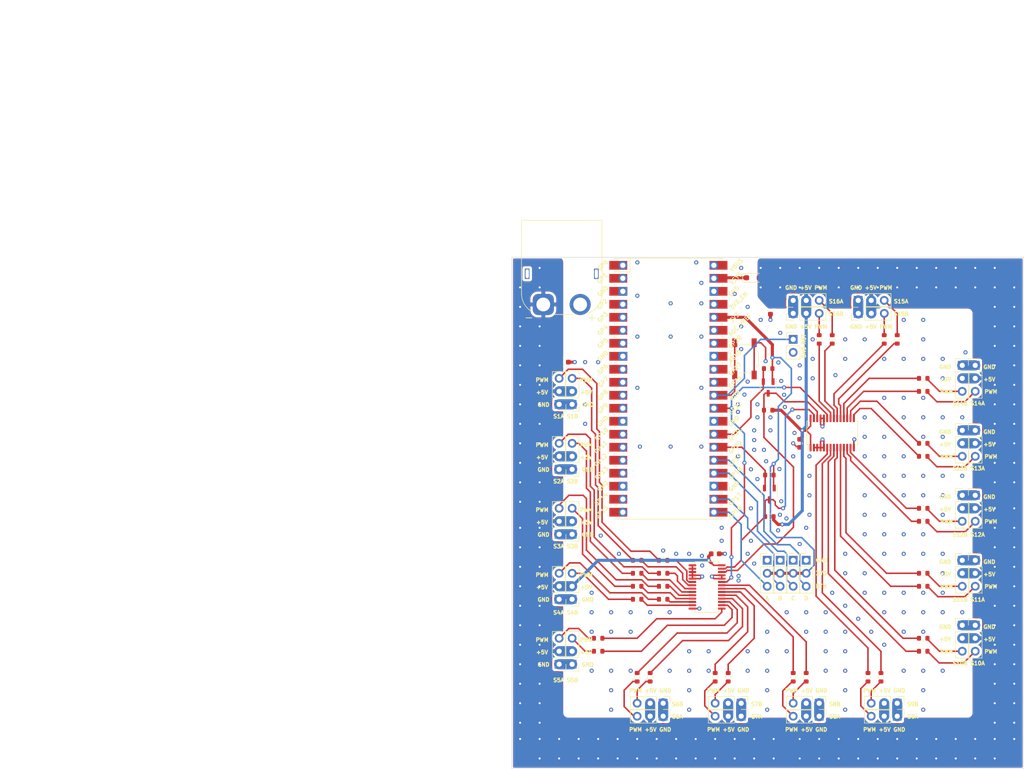
<source format=kicad_pcb>
(kicad_pcb (version 20241229) (generator "pcbnew") (generator_version "9.0")
  (layers (0 "F.Cu" signal) (4 "In1.Cu" signal) (6 "In2.Cu" signal) (2 "B.Cu" signal) (13 "F.Paste" user) (15 "B.Paste" user) (5 "F.SilkS" user "F.Silkscreen") (7 "B.SilkS" user "B.Silkscreen") (1 "F.Mask" user) (3 "B.Mask" user) (25 "Edge.Cuts" user))
  (net 0 "")
  (net 1 "GND")
  (net 2 "+5V")
  (net 3 "S1B")
  (net 4 "S1A")
  (net 5 "Net-(U2-LED0)")
  (net 6 "Net-(U2-LED1)")
  (net 7 "Net-(U2-LED2)")
  (net 8 "Net-(U2-LED3)")
  (net 9 "Net-(U2-LED4)")
  (net 10 "Net-(U2-LED5)")
  (net 11 "Net-(U2-LED6)")
  (net 12 "Net-(U2-LED7)")
  (net 13 "Net-(U2-LED8)")
  (net 14 "Net-(U2-LED9)")
  (net 15 "Net-(U2-LED10)")
  (net 16 "Net-(U2-LED11)")
  (net 17 "Net-(U2-LED12)")
  (net 18 "Net-(U2-LED13)")
  (net 19 "Net-(U2-LED14)")
  (net 20 "Net-(U2-LED15)")
  (net 21 "Net-(U3-LED0)")
  (net 22 "Net-(U3-LED1)")
  (net 23 "Net-(U3-LED2)")
  (net 24 "Net-(U3-LED3)")
  (net 25 "Net-(U3-LED4)")
  (net 26 "Net-(U3-LED5)")
  (net 27 "Net-(U3-LED6)")
  (net 28 "Net-(U3-LED7)")
  (net 29 "Net-(U3-LED8)")
  (net 30 "Net-(U3-LED9)")
  (net 31 "Net-(U3-LED10)")
  (net 32 "Net-(U3-LED11)")
  (net 33 "Net-(U3-LED12)")
  (net 34 "Net-(U3-LED13)")
  (net 35 "Net-(U3-LED14)")
  (net 36 "Net-(U3-LED15)")
  (net 53 "SCL0_3V3")
  (net 54 "+3.3V")
  (net 55 "~{OE}")
  (net 60 "SCL0_5V0")
  (net 61 "Net-(D1-K)")
  (net 62 "S2A")
  (net 63 "S2B")
  (net 64 "S3A")
  (net 65 "S3B")
  (net 66 "S4A")
  (net 67 "S4B")
  (net 68 "S5A")
  (net 69 "S5B")
  (net 70 "S6B")
  (net 71 "S6A")
  (net 72 "S8A")
  (net 73 "S8B")
  (net 74 "S7B")
  (net 75 "S7A")
  (net 76 "S9A")
  (net 77 "S9B")
  (net 78 "S16B")
  (net 79 "S16A")
  (net 80 "S15A")
  (net 81 "S15B")
  (net 82 "S14A")
  (net 83 "S14B")
  (net 84 "S13A")
  (net 85 "S13B")
  (net 86 "S10A")
  (net 87 "S10B")
  (net 88 "S11A")
  (net 89 "S11B")
  (net 90 "S12A")
  (net 91 "S12B")
  (net 92 "SDA0_3V3")
  (net 93 "SDA0_5V0")
  (net 94 "BTN_A")
  (net 95 "BTN_C")
  (net 96 "BTN_B")
  (net 97 "BTN_D")
  (net 99 "Net-(J38-Pin_1)")
  (footprint "Resistor_SMD:R_0603_1608Metric" (layer "F.Cu") (at 129.54 116.84 180)
    (property "Reference" "R7" (hide yes))
    (property "Value" "200R")
  )
  (footprint "Connector_PinHeader_2.54mm:PinHeader_1x03_P2.54mm_Vertical" (layer "F.Cu") (at 190.5 96.52)
    (property "Reference" "J32" (hide yes))
    (property "Value" "Conn_01x03")
  )
  (footprint "Connector_PinHeader_2.54mm:PinHeader_1x03_P2.54mm_Vertical" (layer "F.Cu") (at 187.96 109.22)
    (property "Reference" "J29" (hide yes))
    (property "Value" "Conn_01x03")
  )
  (footprint "Capacitor_SMD:C_0603_1608Metric" (layer "F.Cu") (at 156.21 86.36 -90)
    (property "Reference" "C2" (hide yes))
    (property "Value" "10u")
  )
  (footprint "Package_TO_SOT_SMD:SOT-23-3" (layer "F.Cu") (at 150.2816 96.2351 -90)
    (property "Reference" "Q2" (hide yes))
    (property "Value" "Q_NMOS_GSD")
  )
  (footprint "Connector_PinHeader_2.54mm:PinHeader_1x03_P2.54mm_Vertical" (layer "F.Cu") (at 111.76 78.74 180)
    (property "Reference" "J2" (hide yes))
    (property "Value" "Conn_01x03")
  )
  (footprint "Connector_PinHeader_2.54mm:PinHeader_1x03_P2.54mm_Vertical" (layer "F.Cu") (at 111.76 91.44 180)
    (property "Reference" "J4" (hide yes))
    (property "Value" "Conn_01x03")
  )
  (footprint "Connector_PinHeader_2.54mm:PinHeader_1x03_P2.54mm_Vertical" (layer "F.Cu") (at 190.5 83.82)
    (property "Reference" "J16" (hide yes))
    (property "Value" "Conn_01x03")
  )
  (footprint "Capacitor_SMD:C_0603_1608Metric" (layer "F.Cu") (at 110.236 70.485)
    (property "Reference" "C3" (hide yes))
    (property "Value" "10u")
  )
  (footprint "Resistor_SMD:R_0603_1608Metric" (layer "F.Cu") (at 180.34 111.76)
    (property "Reference" "R22" (hide yes))
    (property "Value" "200R")
  )
  (footprint "Resistor_SMD:R_0603_1608Metric" (layer "F.Cu") (at 180.34 124.46)
    (property "Reference" "R20" (hide yes))
    (property "Value" "200R")
  )
  (footprint "Connector_AMASS:AMASS_XT60PW-M_1x02_P7.20mm_Horizontal" (layer "F.Cu") (at 106.128 59.22)
    (property "Reference" "J37" (hide yes))
    (property "Value" "Conn_01x02")
  )
  (footprint "Resistor_SMD:R_0603_1608Metric" (layer "F.Cu") (at 124.46 111.76 180)
    (property "Reference" "R4" (hide yes))
    (property "Value" "200R")
  )
  (footprint "Resistor_SMD:R_0603_1608Metric" (layer "F.Cu") (at 180.34 73.66)
    (property "Reference" "R28" (hide yes))
    (property "Value" "200R")
  )
  (footprint "Connector_PinHeader_2.54mm:PinHeader_1x03_P2.54mm_Vertical" (layer "F.Cu") (at 190.5 109.22)
    (property "Reference" "J30" (hide yes))
    (property "Value" "Conn_01x03")
  )
  (footprint "Resistor_SMD:R_0603_1608Metric" (layer "F.Cu") (at 150.051 79.8785)
    (property "Reference" "R34" (hide yes))
    (property "Value" "10k")
  )
  (footprint "Resistor_SMD:R_0603_1608Metric" (layer "F.Cu") (at 169.545 132.08 -90)
    (property "Reference" "R17" (hide yes))
    (property "Value" "200R")
  )
  (footprint "Resistor_SMD:R_0603_1608Metric" (layer "F.Cu") (at 150.2816 92.5551)
    (property "Reference" "R35" (hide yes))
    (property "Value" "10k")
  )
  (footprint "Diode_SMD:D_SOD-323_HandSoldering" (layer "F.Cu") (at 147.066 54)
    (property "Reference" "D1" (hide yes))
    (property "Value" "D_Schottky")
  )
  (footprint "Connector_PinHeader_2.54mm:PinHeader_1x03_P2.54mm_Vertical" (layer "F.Cu") (at 109.22 91.44 180)
    (property "Reference" "J3" (hide yes))
    (property "Value" "Conn_01x03")
  )
  (footprint "Resistor_SMD:R_0603_1608Metric" (layer "F.Cu") (at 127 132.08 -90)
    (property "Reference" "R12" (hide yes))
    (property "Value" "200R")
  )
  (footprint "Resistor_SMD:R_0603_1608Metric" (layer "F.Cu") (at 180.34 99.06)
    (property "Reference" "R24" (hide yes))
    (property "Value" "200R")
  )
  (footprint "Connector_PinHeader_2.54mm:PinHeader_1x03_P2.54mm_Vertical" (layer "F.Cu") (at 167.655 60.96 90)
    (property "Reference" "J11" (hide yes))
    (property "Value" "Conn_01x03")
  )
  (footprint "Connector_PinHeader_2.54mm:PinHeader_1x03_P2.54mm_Vertical" (layer "F.Cu") (at 144.78 137.16 -90)
    (property "Reference" "J23" (hide yes))
    (property "Value" "Conn_01x03")
  )
  (footprint "Connector_PinHeader_2.54mm:PinHeader_1x03_P2.54mm_Vertical" (layer "F.Cu") (at 175.26 137.16 -90)
    (property "Reference" "J25" (hide yes))
    (property "Value" "Conn_01x03")
  )
  (footprint "Connector_PinHeader_2.54mm:PinHeader_1x03_P2.54mm_Vertical" (layer "F.Cu") (at 160.02 139.7 -90)
    (property "Reference" "J22" (hide yes))
    (property "Value" "Conn_01x03")
  )
  (footprint "Resistor_SMD:R_0603_1608Metric" (layer "F.Cu") (at 124.46 114.3 180)
    (property "Reference" "R6" (hide yes))
    (property "Value" "200R")
  )
  (footprint "Resistor_SMD:R_0603_1608Metric" (layer "F.Cu") (at 180.34 114.3)
    (property "Reference" "R21" (hide yes))
    (property "Value" "200R")
  )
  (footprint "Connector_PinHeader_2.54mm:PinHeader_1x03_P2.54mm_Vertical" (layer "F.Cu") (at 175.26 139.7 -90)
    (property "Reference" "J26" (hide yes))
    (property "Value" "Conn_01x03")
  )
  (footprint "Connector_PinHeader_2.54mm:PinHeader_1x03_P2.54mm_Vertical" (layer "F.Cu") (at 154.94 109.22)
    (property "Reference" "J34" (hide yes))
    (property "Value" "Conn_01x03")
  )
  (footprint "Resistor_SMD:R_0603_1608Metric" (layer "F.Cu") (at 129.54 111.76 180)
    (property "Reference" "R3" (hide yes))
    (property "Value" "200R")
  )
  (footprint "Connector_PinHeader_2.54mm:PinHeader_1x03_P2.54mm_Vertical" (layer "F.Cu") (at 160.02 137.16 -90)
    (property "Reference" "J21" (hide yes))
    (property "Value" "Conn_01x03")
  )
  (footprint "Resistor_SMD:R_0603_1608Metric" (layer "F.Cu") (at 175.26 66.04 90)
    (property "Reference" "R29" (hide yes))
    (property "Value" "200R")
  )
  (footprint "Resistor_SMD:R_0603_1608Metric" (layer "F.Cu") (at 124.46 109.22 180)
    (property "Reference" "R2" (hide yes))
    (property "Value" "200R")
  )
  (footprint "Resistor_SMD:R_0603_1608Metric" (layer "F.Cu") (at 172.085 132.08 -90)
    (property "Reference" "R18" (hide yes))
    (property "Value" "200R")
  )
  (footprint "Connector_PinHeader_2.54mm:PinHeader_1x03_P2.54mm_Vertical" (layer "F.Cu") (at 129.54 137.16 -90)
    (property "Reference" "J19" (hide yes))
    (property "Value" "Conn_01x03")
  )
  (footprint "Connector_PinHeader_2.54mm:PinHeader_1x03_P2.54mm_Vertical" (layer "F.Cu") (at 187.96 96.52)
    (property "Reference" "J31" (hide yes))
    (property "Value" "Conn_01x03")
  )
  (footprint "Connector_PinHeader_2.54mm:PinHeader_1x03_P2.54mm_Vertical" (layer "F.Cu") (at 109.22 129.54 180)
    (property "Reference" "J18" (hide yes))
    (property "Value" "Conn_01x03")
  )
  (footprint "Capacitor_SMD:C_0603_1608Metric" (layer "F.Cu") (at 150.495 60.325 -90)
    (property "Reference" "C4" (hide yes))
    (property "Value" "10u")
  )
  (footprint "Connector_PinHeader_2.54mm:PinHeader_1x03_P2.54mm_Vertical" (layer "F.Cu") (at 111.76 129.54 180)
    (property "Reference" "J17" (hide yes))
    (property "Value" "Conn_01x03")
  )
  (footprint "Connector_PinHeader_2.54mm:PinHeader_1x03_P2.54mm_Vertical" (layer "F.Cu") (at 144.78 139.7 -90)
    (property "Reference" "J24" (hide yes))
    (property "Value" "Conn_01x03")
  )
  (footprint "Connector_PinHeader_2.54mm:PinHeader_1x02_P2.54mm_Vertical" (layer "F.Cu") (at 154.94 66.04)
    (property "Reference" "J38" (hide yes))
    (property "Value" "Conn_01x02")
  )
  (footprint "Connector_PinHeader_2.54mm:PinHeader_1x03_P2.54mm_Vertical" (layer "F.Cu") (at 167.64 58.42 90)
    (property "Reference" "J12" (hide yes))
    (property "Value" "Conn_01x03")
  )
  (footprint "MountingHole:MountingHole_3.2mm_M3_DIN965" (layer "F.Cu") (at 115 65)
    (property "Reference" "REF**" (hide yes))
    (property "Value" "MountingHole_3.2mm_M3_DIN965")
  )
  (footprint "Resistor_SMD:R_0603_1608Metric" (layer "F.Cu") (at 116.84 127 180)
    (property "Reference" "R10" (hide yes))
    (property "Value" "200R")
  )
  (footprint "Connector_PinHeader_2.54mm:PinHeader_1x03_P2.54mm_Vertical" (layer "F.Cu") (at 190.5 121.92)
    (property "Reference" "J28" (hide yes))
    (property "Value" "Conn_01x03")
  )
  (footprint "Connector_PinHeader_2.54mm:PinHeader_1x03_P2.54mm_Vertical" (layer "F.Cu") (at 109.22 116.84 180)
    (property "Reference" "J8" (hide yes))
    (property "Value" "Conn_01x03")
  )
  (footprint "Resistor_SMD:R_0603_1608Metric" (layer "F.Cu") (at 129.54 114.3 180)
    (property "Reference" "R5" (hide yes))
    (property "Value" "200R")
  )
  (footprint "Resistor_SMD:R_0603_1608Metric" (layer "F.Cu") (at 162.56 66.04 90)
    (property "Reference" "R31" (hide yes))
    (property "Value" "200R")
  )
  (footprint "MCU_RaspberryPi_and_Boards:RPi_Pico_W_SMD_TH" (layer "F.Cu") (at 130.556 75.692)
    (property "Reference" "U1" (hide yes))
    (property "Value" "Pico")
  )
  (footprint "Resistor_SMD:R_0603_1608Metric" (layer "F.Cu") (at 172.72 66.04 90)
    (property "Reference" "R30" (hide yes))
    (property "Value" "200R")
  )
  (footprint "Resistor_SMD:R_0603_1608Metric" (layer "F.Cu") (at 116.84 124.46 180)
    (property "Reference" "R9" (hide yes))
    (property "Value" "200R")
  )
  (footprint "Capacitor_SMD:C_0603_1608Metric" (layer "F.Cu") (at 139.7 107.95)
    (property "Reference" "C1" (hide yes))
    (property "Value" "10u")
  )
  (footprint "Resistor_SMD:R_0603_1608Metric" (layer "F.Cu") (at 142.24 132.08 -90)
    (property "Reference" "R14" (hide yes))
    (property "Value" "200R")
  )
  (footprint "Connector_PinHeader_2.54mm:PinHeader_1x03_P2.54mm_Vertical" (layer "F.Cu") (at 111.76 104.14 180)
    (property "Reference" "J6" (hide yes))
    (property "Value" "Conn_01x03")
  )
  (footprint "Connector_PinHeader_2.54mm:PinHeader_1x03_P2.54mm_Vertical" (layer "F.Cu") (at 109.22 104.14 180)
    (property "Reference" "J5" (hide yes))
    (property "Value" "Conn_01x03")
  )
  (footprint "Resistor_SMD:R_0603_1608Metric" (layer "F.Cu") (at 180.34 88.9)
    (property "Reference" "R25" (hide yes))
    (property "Value" "200R")
  )
  (footprint "Connector_PinHeader_2.54mm:PinHeader_1x03_P2.54mm_Vertical" (layer "F.Cu") (at 187.96 71.12)
    (property "Reference" "J13" (hide yes))
    (property "Value" "Conn_01x03")
  )
  (footprint "Resistor_SMD:R_0603_1608Metric" (layer "F.Cu") (at 124.46 132.08 -90)
    (property "Reference" "R11" (hide yes))
    (property "Value" "200R")
  )
  (footprint "MountingHole:MountingHole_3.2mm_M3_DIN965" (layer "F.Cu") (at 115 135)
    (property "Reference" "REF**" (hide yes))
    (property "Value" "MountingHole_3.2mm_M3_DIN965")
  )
  (footprint "Resistor_SMD:R_0603_1608Metric" (layer "F.Cu") (at 157.48 132.08 -90)
    (property "Reference" "R16" (hide yes))
    (property "Value" "200R")
  )
  (footprint "Connector_PinHeader_2.54mm:PinHeader_1x03_P2.54mm_Vertical" (layer "F.Cu") (at 149.86 109.22)
    (property "Reference" "J33" (hide yes))
    (property "Value" "Conn_01x03")
  )
  (footprint "Connector_PinHeader_2.54mm:PinHeader_1x03_P2.54mm_Vertical" (layer "F.Cu") (at 111.76 116.84 180)
    (property "Reference" "J7" (hide yes))
    (property "Value" "Conn_01x03")
  )
  (footprint "Resistor_SMD:R_0603_1608Metric" (layer "F.Cu") (at 160.02 66.04 90)
    (property "Reference" "R32" (hide yes))
    (property "Value" "200R")
  )
  (footprint "Package_TO_SOT_SMD:SOT-23-3" (layer "F.Cu") (at 150.051 75.4305 -90)
    (property "Reference" "Q1" (hide yes))
    (property "Value" "Q_NMOS_GSD")
  )
  (footprint "Resistor_SMD:R_0603_1608Metric" (layer "F.Cu") (at 180.34 101.6)
    (property "Reference" "R23" (hide yes))
    (property "Value" "200R")
  )
  (footprint "Package_SO:TSSOP-28_4.4x9.7mm_P0.65mm" (layer "F.Cu") (at 162.56 84.334999 90)
    (property "Reference" "U3" (hide yes))
    (property "Value" "PCA9685PW")
  )
  (footprint "Connector_PinHeader_2.54mm:PinHeader_1x03_P2.54mm_Vertical" (layer "F.Cu") (at 154.94 60.96 90)
    (property "Reference" "J10" (hide yes))
    (property "Value" "Conn_01x03")
  )
  (footprint "Resistor_SMD:R_0603_1608Metric" (layer "F.Cu") (at 129.54 109.22 180)
    (property "Reference" "R1" (hide yes))
    (property "Value" "200R")
  )
  (footprint "Resistor_SMD:R_0603_1608Metric" (layer "F.Cu") (at 139.7 132.08 -90)
    (property "Reference" "R13" (hide yes))
    (property "Value" "200R")
  )
  (footprint "Resistor_SMD:R_0603_1608Metric" (layer "F.Cu") (at 180.34 127)
    (property "Reference" "R19" (hide yes))
    (property "Value" "200R")
  )
  (footprint "Resistor_SMD:R_0603_1608Metric" (layer "F.Cu") (at 124.46 116.84 180)
    (property "Reference" "R8" (hide yes))
    (property "Value" "200R")
  )
  (footprint "Resistor_SMD:R_0603_1608Metric" (layer "F.Cu") (at 150.2816 100.6831)
    (property "Reference" "R36" (hide yes))
    (property "Value" "10k")
  )
  (footprint "Resistor_SMD:R_0603_1608Metric" (layer "F.Cu") (at 180.34 86.36)
    (property "Reference" "R26" (hide yes))
    (property "Value" "200R")
  )
  (footprint "Connector_PinHeader_2.54mm:PinHeader_1x03_P2.54mm_Vertical" (layer "F.Cu") (at 187.96 121.92)
    (property "Reference" "J27" (hide yes))
    (property "Value" "Conn_01x03")
  )
  (footprint "Connector_PinHeader_2.54mm:PinHeader_1x03_P2.54mm_Vertical" (layer "F.Cu") (at 187.96 83.82)
    (property "Reference" "J15" (hide yes))
    (property "Value" "Conn_01x03")
  )
  (footprint "Connector_PinHeader_2.54mm:PinHeader_1x03_P2.54mm_Vertical" (layer "F.Cu") (at 129.54 139.7 -90)
    (property "Reference" "J20" (hide yes))
    (property "Value" "Conn_01x03")
  )
  (footprint "Connector_PinHeader_2.54mm:PinHeader_1x03_P2.54mm_Vertical" (layer "F.Cu") (at 157.48 109.22)
    (property "Reference" "J36" (hide yes))
    (property "Value" "Conn_01x03")
  )
  (footprint "Connector_PinHeader_2.54mm:PinHeader_1x03_P2.54mm_Vertical" (layer "F.Cu") (at 154.94 58.42 90)
    (property "Reference" "J9" (hide yes))
    (property "Value" "Conn_01x03")
  )
  (footprint "Resistor_SMD:R_0603_1608Metric" (layer "F.Cu") (at 154.94 132.08 -90)
    (property "Reference" "R15" (hide yes))
    (property "Value" "200R")
  )
  (footprint "Package_SO:TSSOP-28_4.4x9.7mm_P0.65mm" (layer "F.Cu") (at 138.1175 114.43016)
    (property "Reference" "U2" (hide yes))
    (property "Value" "PCA9685PW")
  )
  (footprint "Connector_PinHeader_2.54mm:PinHeader_1x03_P2.54mm_Vertical" (layer "F.Cu") (at 190.5 71.12)
    (property "Reference" "J14" (hide yes))
    (property "Value" "Conn_01x03")
  )
  (footprint "Resistor_SMD:R_0603_1608Metric" (layer "F.Cu") (at 180.34 76.2)
    (property "Reference" "R27" (hide yes))
    (property "Value" "200R")
  )
  (footprint "Connector_PinHeader_2.54mm:PinHeader_1x03_P2.54mm_Vertical" (layer "F.Cu") (at 152.4 109.22)
    (property "Reference" "J35" (hide yes))
    (property "Value" "Conn_01x03")
  )
  (footprint "MountingHole:MountingHole_3.2mm_M3_DIN965" (layer "F.Cu") (at 185 65)
    (property "Reference" "REF**" (hide yes))
    (property "Value" "MountingHole_3.2mm_M3_DIN965")
  )
  (footprint "Resistor_SMD:R_0603_1608Metric" (layer "F.Cu") (at 150.051 71.7505)
    (property "Reference" "R33" (hide yes))
    (property "Value" "10k")
  )
  (footprint "MountingHole:MountingHole_3.2mm_M3_DIN965" (layer "F.Cu") (at 185 135)
    (property "Reference" "REF**" (hide yes))
    (property "Value" "MountingHole_3.2mm_M3_DIN965")
  )
  (footprint "Connector_PinHeader_2.54mm:PinHeader_1x03_P2.54mm_Vertical" (layer "F.Cu") (at 109.22 78.74 180)
    (property "Reference" "J1" (hide yes))
    (property "Value" "Conn_01x03")
  )
  (footprint "Button_Switch_SMD:SW_SPST_TL3342" (layer "F.Cu") (at 145.415 69.85 90)
    (property "Reference" "SW1" (hide yes))
    (property "Value" "SW_Push")
  )
  (gr_line (start 100 50) (end 200 50) (stroke (width 0.1)) (layer "Edge.Cuts"))
  (gr_line (start 200 50) (end 200 150) (stroke (width 0.1)) (layer "Edge.Cuts"))
  (gr_line (start 100 150) (end 100 50) (stroke (width 0.1)) (layer "Edge.Cuts"))
  (gr_line (start 200 150) (end 100 150) (stroke (width 0.1)) (layer "Edge.Cuts"))
  (gr_text "S16A\n \nS16B\n" (at 163.322 61.468 0) (layer "F.SilkS") (effects (font (size 0.75 0.75) (thickness 0.1875) (bold yes)) (justify bottom)))
  (gr_text "PWM +5V GND" (at 127 142.748 0) (layer "F.SilkS") (effects (font (size 0.75 0.75) (thickness 0.1875) (bold yes)) (justify bottom)))
  (gr_text "GND \n\n+5V \n\nPWM" (at 184.912 127.508 0) (layer "F.SilkS") (effects (font (size 0.75 0.75) (thickness 0.1875) (bold yes)) (justify bottom)))
  (gr_text "PWM +5V GND" (at 157.48 142.748 0) (layer "F.SilkS") (effects (font (size 0.75 0.75) (thickness 0.1875) (bold yes)) (justify bottom)))
  (gr_text "PWM +5V GND" (at 142.24 135.128 0) (layer "F.SilkS") (effects (font (size 0.75 0.75) (thickness 0.1875) (bold yes)) (justify bottom)))
  (gr_text "D" (at 157.48 117.094 0) (layer "F.SilkS") (effects (font (size 0.75 0.75) (thickness 0.1875) (bold yes)) (justify bottom)))
  (gr_text "GND +5V PWM" (at 170.18 64.008 0) (layer "F.SilkS") (effects (font (size 0.75 0.75) (thickness 0.1875) (bold yes)) (justify bottom)))
  (gr_text "PWM \n\n+5V \n\nGND" (at 114.808 130.048 0) (layer "F.SilkS") (effects (font (size 0.75 0.75) (thickness 0.1875) (bold yes)) (justify bottom)))
  (gr_text "S5A S5B\n" (at 110.49 133.096 0) (layer "F.SilkS") (effects (font (size 0.75 0.75) (thickness 0.1875) (bold yes)) (justify bottom)))
  (gr_text "S1A S1B\n" (at 110.49 81.534 0) (layer "F.SilkS") (effects (font (size 0.75 0.75) (thickness 0.1875) (bold yes)) (justify bottom)))
  (gr_text "A" (at 149.86 117.094 0) (layer "F.SilkS") (effects (font (size 0.75 0.75) (thickness 0.1875) (bold yes)) (justify bottom)))
  (gr_text "PWM +5V GND" (at 142.24 142.748 0) (layer "F.SilkS") (effects (font (size 0.75 0.75) (thickness 0.1875) (bold yes)) (justify bottom)))
  (gr_text "GND" (at 157.48 68.58 90) (layer "F.SilkS") (effects (font (size 0.75 0.75) (thickness 0.1875) (bold yes)) (justify bottom)))
  (gr_text "PWM \n\n+5V \n\nGND" (at 114.808 91.948 0) (layer "F.SilkS") (effects (font (size 0.75 0.75) (thickness 0.1875) (bold yes)) (justify bottom)))
  (gr_text "PWM \n\n+5V \n\nGND" (at 114.808 104.648 0) (layer "F.SilkS") (effects (font (size 0.75 0.75) (thickness 0.1875) (bold yes)) (justify bottom)))
  (gr_text "S2A S2B\n" (at 110.49 94.234 0) (layer "F.SilkS") (effects (font (size 0.75 0.75) (thickness 0.1875) (bold yes)) (justify bottom)))
  (gr_text "GND +5V PWM" (at 157.48 56.388 0) (layer "F.SilkS") (effects (font (size 0.75 0.75) (thickness 0.1875) (bold yes)) (justify bottom)))
  (gr_text "GND \n\n+5V \n\nPWM" (at 184.912 114.808 0) (layer "F.SilkS") (effects (font (size 0.75 0.75) (thickness 0.1875) (bold yes)) (justify bottom)))
  (gr_text "S10B S10A" (at 189.23 129.794 0) (layer "F.SilkS") (effects (font (size 0.75 0.75) (thickness 0.1875) (bold yes)) (justify bottom)))
  (gr_text "S9B\n \nS9A\n" (at 178.308 140.208 0) (layer "F.SilkS") (effects (font (size 0.75 0.75) (thickness 0.1875) (bold yes)) (justify bottom)))
  (gr_text "GND \n\n+5V \n\nPWM" (at 193.548 114.808 0) (layer "F.SilkS") (effects (font (size 0.75 0.75) (thickness 0.1875) (bold yes)) (justify bottom)))
  (gr_text "GND" (at 159.258 109.22 0) (layer "F.SilkS") (effects (font (size 0.75 0.75) (thickness 0.1875) (bold yes)) (justify left)))
  (gr_text "3V3" (at 159.258 111.76 0) (layer "F.SilkS") (effects (font (size 0.75 0.75) (thickness 0.1875) (bold yes)) (justify left)))
  (gr_text "S15A\n \nS15B\n" (at 176.022 61.468 0) (layer "F.SilkS") (effects (font (size 0.75 0.75) (thickness 0.1875) (bold yes)) (justify bottom)))
  (gr_text "PWM \n\n+5V \n\nGND" (at 106.172 104.648 0) (layer "F.SilkS") (effects (font (size 0.75 0.75) (thickness 0.1875) (bold yes)) (justify bottom)))
  (gr_text "GND \n\n+5V \n\nPWM" (at 193.548 76.708 0) (layer "F.SilkS") (effects (font (size 0.75 0.75) (thickness 0.1875) (bold yes)) (justify bottom)))
  (gr_text "GND \n\n+5V \n\nPWM" (at 184.912 76.708 0) (layer "F.SilkS") (effects (font (size 0.75 0.75) (thickness 0.1875) (bold yes)) (justify bottom)))
  (gr_text "GND +5V PWM" (at 157.48 64.008 0) (layer "F.SilkS") (effects (font (size 0.75 0.75) (thickness 0.1875) (bold yes)) (justify bottom)))
  (gr_text "S3A S3B\n" (at 110.49 106.934 0) (layer "F.SilkS") (effects (font (size 0.75 0.75) (thickness 0.1875) (bold yes)) (justify bottom)))
  (gr_text "S11B S11A\n" (at 189.23 117.348 0) (layer "F.SilkS") (effects (font (size 0.75 0.75) (thickness 0.1875) (bold yes)) (justify bottom)))
  (gr_text "GND \n\n+5V \n\nPWM" (at 184.912 102.108 0) (layer "F.SilkS") (effects (font (size 0.75 0.75) (thickness 0.1875) (bold yes)) (justify bottom)))
  (gr_text "GND \n\n+5V \n\nPWM" (at 193.548 127.508 0) (layer "F.SilkS") (effects (font (size 0.75 0.75) (thickness 0.1875) (bold yes)) (justify bottom)))
  (gr_text "BTN" (at 159.258 114.3 0) (layer "F.SilkS") (effects (font (size 0.75 0.75) (thickness 0.1875) (bold yes)) (justify left)))
  (gr_text "C" (at 154.94 117.094 0) (layer "F.SilkS") (effects (font (size 0.75 0.75) (thickness 0.1875) (bold yes)) (justify bottom)))
  (gr_text "PWM \n\n+5V \n\nGND" (at 106.172 130.048 0) (layer "F.SilkS") (effects (font (size 0.75 0.75) (thickness 0.1875) (bold yes)) (justify bottom)))
  (gr_text "PWM +5V GND" (at 172.72 135.128 0) (layer "F.SilkS") (effects (font (size 0.75 0.75) (thickness 0.1875) (bold yes)) (justify bottom)))
  (gr_text "PWM +5V GND" (at 172.72 142.748 0) (layer "F.SilkS") (effects (font (size 0.75 0.75) (thickness 0.1875) (bold yes)) (justify bottom)))
  (gr_text "S6B\n \nS6A\n" (at 132.334 140.208 0) (layer "F.SilkS") (effects (font (size 0.75 0.75) (thickness 0.1875) (bold yes)) (justify bottom)))
  (gr_text "S14B S14A\n" (at 189.23 78.994 0) (layer "F.SilkS") (effects (font (size 0.75 0.75) (thickness 0.1875) (bold yes)) (justify bottom)))
  (gr_text "GND +5V PWM" (at 170.18 56.388 0) (layer "F.SilkS") (effects (font (size 0.75 0.75) (thickness 0.1875) (bold yes)) (justify bottom)))
  (gr_text "PWM +5V GND" (at 127 135.128 0) (layer "F.SilkS") (effects (font (size 0.75 0.75) (thickness 0.1875) (bold yes)) (justify bottom)))
  (gr_text "PWM \n\n+5V \n\nGND" (at 106.172 91.948 0) (layer "F.SilkS") (effects (font (size 0.75 0.75) (thickness 0.1875) (bold yes)) (justify bottom)))
  (gr_text "S8B\n \nS8A\n" (at 163.068 140.208 0) (layer "F.SilkS") (effects (font (size 0.75 0.75) (thickness 0.1875) (bold yes)) (justify bottom)))
  (gr_text "GND \n\n+5V \n\nPWM" (at 184.912 89.408 0) (layer "F.SilkS") (effects (font (size 0.75 0.75) (thickness 0.1875) (bold yes)) (justify bottom)))
  (gr_text "B" (at 152.4 117.094 0) (layer "F.SilkS") (effects (font (size 0.75 0.75) (thickness 0.1875) (bold yes)) (justify bottom)))
  (gr_text "GND \n\n+5V \n\nPWM" (at 193.548 102.108 0) (layer "F.SilkS") (effects (font (size 0.75 0.75) (thickness 0.1875) (bold yes)) (justify bottom)))
  (gr_text "S13B S13A\n" (at 189.23 91.694 0) (layer "F.SilkS") (effects (font (size 0.75 0.75) (thickness 0.1875) (bold yes)) (justify bottom)))
  (gr_text "PWM \n\n+5V \n\nGND" (at 106.172 117.348 0) (layer "F.SilkS") (effects (font (size 0.75 0.75) (thickness 0.1875) (bold yes)) (justify bottom)))
  (gr_text "PWM \n\n+5V \n\nGND" (at 106.172 79.248 0) (layer "F.SilkS") (effects (font (size 0.75 0.75) (thickness 0.1875) (bold yes)) (justify bottom)))
  (gr_text "S7B\n \nS7A\n" (at 147.828 140.208 0) (layer "F.SilkS") (effects (font (size 0.75 0.75) (thickness 0.1875) (bold yes)) (justify bottom)))
  (gr_text "PWM +5V GND" (at 157.48 135.128 0) (layer "F.SilkS") (effects (font (size 0.75 0.75) (thickness 0.1875) (bold yes)) (justify bottom)))
  (gr_text "S12B S12A\n" (at 189.23 104.648 0) (layer "F.SilkS") (effects (font (size 0.75 0.75) (thickness 0.1875) (bold yes)) (justify bottom)))
  (gr_text "S4A S4B\n" (at 110.49 119.888 0) (layer "F.SilkS") (effects (font (size 0.75 0.75) (thickness 0.1875) (bold yes)) (justify bottom)))
  (gr_text "PWM \n\n+5V \n\nGND" (at 114.808 117.348 0) (layer "F.SilkS") (effects (font (size 0.75 0.75) (thickness 0.1875) (bold yes)) (justify bottom)))
  (gr_text "RST" (at 157.48 66.04 90) (layer "F.SilkS") (effects (font (size 0.75 0.75) (thickness 0.1875) (bold yes)) (justify bottom)))
  (gr_text "GND \n\n+5V \n\nPWM" (at 193.548 89.408 0) (layer "F.SilkS") (effects (font (size 0.75 0.75) (thickness 0.1875) (bold yes)) (justify bottom)))
  (gr_text "PWM \n\n+5V \n\nGND" (at 114.808 79.248 0) (layer "F.SilkS") (effects (font (size 0.75 0.75) (thickness 0.1875) (bold yes)) (justify bottom)))
  (segment (start 147.315 73) (end 147.315 66.7) (width 0.3) (layer "F.Cu") (net 1))
  (segment (start 160.935 87.197499) (end 160.935 85.884999) (width 0.3) (layer "F.Cu") (net 1))
  (segment (start 160.285 81.472499) (end 160.935 81.472499) (width 0.3) (layer "F.Cu") (net 1))
  (segment (start 155.575 86.995) (end 156.07 86.995) (width 0.3) (layer "F.Cu") (net 1))
  (segment (start 140.475 107.95) (end 141.605 107.95) (width 0.6) (layer "F.Cu") (net 1))
  (segment (start 160.935 81.472499) (end 160.935 82.784999) (width 0.3) (layer "F.Cu") (net 1))
  (segment (start 137.16 112.395) (end 136.74984 112.80516) (width 0.3) (layer "F.Cu") (net 1))
  (segment (start 139.065 112.395) (end 139.30484 112.15516) (width 0.3) (layer "F.Cu") (net 1))
  (segment (start 160.935 82.784999) (end 160.655 83.064999) (width 0.3) (layer "F.Cu") (net 1))
  (segment (start 160.285 87.197499) (end 160.285 85.974999) (width 0.3) (layer "F.Cu") (net 1))
  (segment (start 156.07 86.995) (end 156.21 87.135) (width 0.3) (layer "F.Cu") (net 1))
  (segment (start 149.5552 70.3072) (end 149.5552 67.6402) (width 0.3) (layer "F.Cu") (net 1))
  (segment (start 160.935 85.884999) (end 160.655 85.604999) (width 0.3) (layer "F.Cu") (net 1))
  (segment (start 160.285 81.472499) (end 160.285 82.694999) (width 0.3) (layer "F.Cu") (net 1))
  (segment (start 154.94 86.36) (end 155.575 86.995) (width 0.3) (layer "F.Cu") (net 1))
  (segment (start 166.785 85.691) (end 166.878 85.598) (width 0.3) (layer "F.Cu") (net 1))
  (segment (start 136.74984 112.80516) (end 135.255 112.80516) (width 0.3) (layer "F.Cu") (net 1))
  (segment (start 158.985 87.197499) (end 160.935 87.197499) (width 0.3) (layer "F.Cu") (net 1))
  (segment (start 149.5552 67.6402) (end 148.615 66.7) (width 0.3) (layer "F.Cu") (net 1))
  (segment (start 135.255 112.80516) (end 135.255 110.20516) (width 0.3) (layer "F.Cu") (net 1))
  (segment (start 137.16 112.395) (end 136.92016 112.15516) (width 0.3) (layer "F.Cu") (net 1))
  (segment (start 140.98 112.80516) (end 140.98 112.15516) (width 0.3) (layer "F.Cu") (net 1))
  (segment (start 150.495 61.1) (end 150.495 62.23) (width 0.6) (layer "F.Cu") (net 1))
  (segment (start 136.92016 112.15516) (end 135.255 112.15516) (width 0.3) (layer "F.Cu") (net 1))
  (segment (start 111.011 70.485) (end 112.268 70.485) (width 0.6) (layer "F.Cu") (net 1))
  (segment (start 139.47516 112.80516) (end 140.98 112.80516) (width 0.3) (layer "F.Cu") (net 1))
  (segment (start 166.785 87.197499) (end 166.785 85.691) (width 0.3) (layer "F.Cu") (net 1))
  (segment (start 139.065 112.395) (end 139.47516 112.80516) (width 0.3) (layer "F.Cu") (net 1))
  (segment (start 160.285 85.974999) (end 160.655 85.604999) (width 0.3) (layer "F.Cu") (net 1))
  (segment (start 148.615 66.7) (end 147.315 66.7) (width 0.3) (layer "F.Cu") (net 1))
  (segment (start 135.255 118.65516) (end 136.6 118.65516) (width 0.3) (layer "F.Cu") (net 1))
  (segment (start 160.285 82.694999) (end 160.655 83.064999) (width 0.3) (layer "F.Cu") (net 1))
  (segment (start 139.30484 112.15516) (end 140.98 112.15516) (width 0.3) (layer "F.Cu") (net 1))
  (via (at 137 65.5) (size 0.8) (drill 0.4) (layers "F.Cu" "B.Cu") (net 1))
  (via (at 119.38 123.19) (size 0.8) (drill 0.4) (layers "F.Cu" "B.Cu") (net 1))
  (via (at 160.655 83.064999) (size 0.8) (drill 0.4) (layers "F.Cu" "B.Cu") (net 1))
  (via (at 180.34 104.14) (size 0.8) (drill 0.4) (layers "F.Cu" "B.Cu") (net 1))
  (via (at 180.34 123.19) (size 0.8) (drill 0.4) (layers "F.Cu" "B.Cu") (net 1))
  (via (at 140.97 102.87) (size 0.8) (drill 0.4) (layers "F.Cu" "B.Cu") (net 1))
  (via (at 146.05 59.69) (size 0.8) (drill 0.4) (layers "F.Cu" "B.Cu") (net 1))
  (via (at 172.72 125.73) (size 0.8) (drill 0.4) (layers "F.Cu" "B.Cu") (net 1))
  (via (at 144.272 112.268) (size 0.8) (drill 0.4) (layers "F.Cu" "B.Cu") (net 1))
  (via (at 180.34 96.52) (size 0.8) (drill 0.4) (layers "F.Cu" "B.Cu") (net 1))
  (via (at 146.05 130.81) (size 0.8) (drill 0.4) (layers "F.Cu" "B.Cu") (net 1))
  (via (at 112.268 70.485) (size 0.8) (drill 0.4) (layers "F.Cu" "B.Cu") (net 1))
  (via (at 124.5 75.5) (size 0.8) (drill 0.4) (layers "F.Cu" "B.Cu") (net 1))
  (via (at 180.34 130.81) (size 0.8) (drill 0.4) (layers "F.Cu" "B.Cu") (net 1))
  (via (at 147.32 83.82) (size 0.8) (drill 0.4) (layers "F.Cu" "B.Cu") (net 1))
  (via (at 187.96 119.38) (size 0.8) (drill 0.4) (layers "F.Cu" "B.Cu") (net 1))
  (via (at 136.6 118.65516) (size 0.8) (drill 0.4) (layers "F.Cu" "B.Cu") (net 1))
  (via (at 168.91 81.28) (size 0.8) (drill 0.4) (layers "F.Cu" "B.Cu") (net 1))
  (via (at 149.86 134.62) (size 0.8) (drill 0.4) (layers "F.Cu" "B.Cu") (net 1))
  (via (at 184.15 85.09) (size 0.8) (drill 0.4) (layers "F.Cu" "B.Cu") (net 1))
  (via (at 156.21 73.66) (size 0.8) (drill 0.4) (layers "F.Cu" "B.Cu") (net 1))
  (via (at 161.29 119.38) (size 0.8) (drill 0.4) (layers "F.Cu" "B.Cu") (net 1))
  (via (at 176.53 69.85) (size 0.8) (drill 0.4) (layers "F.Cu" "B.Cu") (net 1))
  (via (at 115.57 119.38) (size 0.8) (drill 0.4) (layers "F.Cu" "B.Cu") (net 1))
  (via (at 180.34 77.47) (size 0.8) (drill 0.4) (layers "F.Cu" "B.Cu") (net 1))
  (via (at 162.56 115.57) (size 0.8) (drill 0.4) (layers "F.Cu" "B.Cu") (net 1))
  (via (at 152.3492 100.33) (size 0.8) (drill 0.4) (layers "F.Cu" "B.Cu") (net 1))
  (via (at 132.08 107.95) (size 0.8) (drill 0.4) (layers "F.Cu" "B.Cu") (net 1))
  (via (at 115.57 115.57) (size 0.8) (drill 0.4) (layers "F.Cu" "B.Cu") (net 1))
  (via (at 147.955 81.28) (size 0.8) (drill 0.4) (layers "F.Cu" "B.Cu") (net 1))
  (via (at 180.34 92.71) (size 0.8) (drill 0.4) (layers "F.Cu" "B.Cu") (net 1))
  (via (at 149.86 127) (size 0.8) (drill 0.4) (layers "F.Cu" "B.Cu") (net 1))
  (via (at 180.34 62.23) (size 0.8) (drill 0.4) (layers "F.Cu" "B.Cu") (net 1))
  (via (at 184.15 130.81) (size 0.8) (drill 0.4) (layers "F.Cu" "B.Cu") (net 1))
  (via (at 130.81 119.38) (size 0.8) (drill 0.4) (layers "F.Cu" "B.Cu") (net 1))
  (via (at 176.53 62.23) (size 0.8) (drill 0.4) (layers "F.Cu" "B.Cu") (net 1))
  (via (at 129.54 107.315) (size 0.8) (drill 0.4) (layers "F.Cu" "B.Cu") (net 1))
  (via (at 119.38 134.62) (size 0.8) (drill 0.4) (layers "F.Cu" "B.Cu") (net 1))
  (via (at 172.72 115.57) (size 0.8) (drill 0.4) (layers "F.Cu" "B.Cu") (net 1))
  (via (at 172.72 100.33) (size 0.8) (drill 0.4) (layers "F.Cu" "B.Cu") (net 1))
  (via (at 140.97 105.41) (size 0.8) (drill 0.4) (layers "F.Cu" "B.Cu") (net 1))
  (via (at 144.145 80.2132) (size 0.8) (drill 0.4) (layers "F.Cu" "B.Cu") (net 1))
  (via (at 114.3 78.74) (size 0.8) (drill 0.4) (layers "F.Cu" "B.Cu") (net 1))
  (via (at 146.05 107.95) (size 0.8) (drill 0.4) (layers "F.Cu" "B.Cu") (net 1))
  (via (at 184.15 73.66) (size 0.8) (drill 0.4) (layers "F.Cu" "B.Cu") (net 1))
  (via (at 156.21 106.045) (size 0.8) (drill 0.4) (layers "F.Cu" "B.Cu") (net 1))
  (via (at 158.75 66.04) (size 0.8) (drill 0.4) (layers "F.Cu" "B.Cu") (net 1))
  (via (at 137 87) (size 0.8) (drill 0.4) (layers "F.Cu" "B.Cu") (net 1))
  (via (at 165.1 107.95) (size 0.8) (drill 0.4) (layers "F.Cu" "B.Cu") (net 1))
  (via (at 144.272 113.1824) (size 0.8) (drill 0.4) (layers "F.Cu" "B.Cu") (net 1))
  (via (at 184.15 119.38) (size 0.8) (drill 0.4) (layers "F.Cu" "B.Cu") (net 1))
  (via (at 170.18 123.19) (size 0.8) (drill 0.4) (layers "F.Cu" "B.Cu") (net 1))
  (via (at 146.05 74.295) (size 0.8) (drill 0.4) (layers "F.Cu" "B.Cu") (net 1))
  (via (at 165.1 69.85) (size 0.8) (drill 0.4) (layers "F.Cu" "B.Cu") (net 1))
  (via (at 158.115 88.9) (size 0.8) (drill 0.4) (layers "F.Cu" "B.Cu") (net 1))
  (via (at 154.94 88.9) (size 0.8) (drill 0.4) (layers "F.Cu" "B.Cu") (net 1))
  (via (at 124.5 51) (size 0.8) (drill 0.4) (layers "F.Cu" "B.Cu") (net 1))
  (via (at 167.64 120.65) (size 0.8) (drill 0.4) (layers "F.Cu" "B.Cu") (net 1))
  (via (at 184.15 111.76) (size 0.8) (drill 0.4) (layers "F.Cu" "B.Cu") (net 1))
  (via (at 188.595 68.58) (size 0.8) (drill 0.4) (layers "F.Cu" "B.Cu") (net 1))
  (via (at 134.62 138.43) (size 0.8) (drill 0.4) (layers "F.Cu" "B.Cu") (net 1))
  (via (at 150.495 81.28) (size 0.8) (drill 0.4) (layers "F.Cu" "B.Cu") (net 1))
  (via (at 150.495 62.23) (size 0.8) (drill 0.4) (layers "F.Cu" "B.Cu") (net 1))
  (via (at 124.5 65.5) (size 0.8) (drill 0.4) (layers "F.Cu" "B.Cu") (net 1))
  (via (at 168.91 66.04) (size 0.8) (drill 0.4) (layers "F.Cu" "B.Cu") (net 1))
  (via (at 180.34 107.95) (size 0.8) (drill 0.4) (layers "F.Cu" "B.Cu") (net 1))
  (via (at 125 87) (size 0.8) (drill 0.4) (layers "F.Cu" "B.Cu") (net 1))
  (via (at 180.34 115.57) (size 0.8) (drill 0.4) (layers "F.Cu" "B.Cu") (net 1))
  (via (at 187.96 81.28) (size 0.8) (drill 0.4) (layers "F.Cu" "B.Cu") (net 1))
  (via (at 172.72 119.38) (size 0.8) (drill 0.4) (layers "F.Cu" "B.Cu") (net 1))
  (via (at 127 119.38) (size 0.8) (drill 0.4) (layers "F.Cu" "B.Cu") (net 1))
  (via (at 123.19 130.81) (size 0.8) (drill 0.4) (layers "F.Cu" "B.Cu") (net 1))
  (via (at 184.15 107.95) (size 0.8) (drill 0.4) (layers "F.Cu" "B.Cu") (net 1))
  (via (at 172.72 69.85) (size 0.8) (drill 0.4) (layers "F.Cu" "B.Cu") (net 1))
  (via (at 180.34 119.38) (size 0.8) (drill 0.4) (layers "F.Cu" "B.Cu") (net 1))
  (via (at 143.51 57.15) (size 0.8) (drill 0.4) (layers "F.Cu" "B.Cu") (net 1))
  (via (at 176.53 92.71) (size 0.8) (drill 0.4) (layers "F.Cu" "B.Cu") (net 1))
  (via (at 165.1 134.62) (size 0.8) (drill 0.4) (layers "F.Cu" "B.Cu") (net 1))
  (via (at 157.48 123.19) (size 0.8) (drill 0.4) (layers "F.Cu" "B.Cu") (net 1))
  (via (at 150.495 83.82) (size 0.8) (drill 0.4) (layers "F.Cu" "B.Cu") (net 1))
  (via (at 158.115 96.52) (size 0.8) (drill 0.4) (layers "F.Cu" "B.Cu") (net 1))
  (via (at 168.91 100.33) (size 0.8) (drill 0.4) (layers "F.Cu" "B.Cu") (net 1))
  (via (at 161.29 127) (size 0.8) (drill 0.4) (layers "F.Cu" "B.Cu") (net 1))
  (via (at 176.53 107.95) (size 0.8) (drill 0.4) (layers "F.Cu" "B.Cu") (net 1))
  (via (at 172.72 88.9) (size 0.8) (drill 0.4) (layers "F.Cu" "B.Cu") (net 1))
  (via (at 157.48 119.38) (size 0.8) (drill 0.4) (layers "F.Cu" "B.Cu") (net 1))
  (via (at 160.655 85.604999) (size 0.8) (drill 0.4) (layers "F.Cu" "B.Cu") (net 1))
  (via (at 155.956 81.2292) (size 0.8) (drill 0.4) (layers "F.Cu" "B.Cu") (net 1))
  (via (at 165.1 111.76) (size 0.8) (drill 0.4) (layers "F.Cu" "B.Cu") (net 1))
  (via (at 168.91 104.14) (size 0.8) (drill 0.4) (layers "F.Cu" "B.Cu") (net 1))
  (via (at 184.15 69.85) (size 0.8) (drill 0.4) (layers "F.Cu" "B.Cu") (net 1))
  (via (at 149.5552 70.3072) (size 0.8) (drill 0.4) (layers "F.Cu" "B.Cu") (net 1))
  (via (at 123.19 119.38) (size 0.8) (drill 0.4) (layers "F.Cu" "B.Cu") (net 1))
  (via (at 158.75 73.66) (size 0.8) (drill 0.4) (layers "F.Cu" "B.Cu") (net 1))
  (via (at 146.685 91.44) (size 0.8) (drill 0.4) (layers "F.Cu" "B.Cu") (net 1))
  (via (at 131 87) (size 0.8) (drill 0.4) (layers "F.Cu" "B.Cu") (net 1))
  (via (at 152.2476 91.3892) (size 0.8) (drill 0.4) (layers "F.Cu" "B.Cu") (net 1))
  (via (at 184.15 92.71) (size 0.8) (drill 0.4) (layers "F.Cu" "B.Cu") (net 1))
  (via (at 184.15 96.52) (size 0.8) (drill 0.4) (layers "F.Cu" "B.Cu") (net 1))
  (via (at 134.62 107.95) (size 0.8) (drill 0.4) (layers "F.Cu" "B.Cu") (net 1))
  (via (at 176.53 88.9) (size 0.8) (drill 0.4) (layers "F.Cu" "B.Cu") (net 1))
  (via (at 153.162 76.8604) (size 0.8) (drill 0.4) (layers "F.Cu" "B.Cu") (net 1))
  (via (at 165.1 66.04) (size 0.8) (drill 0.4) (layers "F.Cu" "B.Cu") (net 1))
  (via (at 161.29 123.19) (size 0.8) (drill 0.4) (layers "F.Cu" "B.Cu") (net 1))
  (via (at 161.29 130.81) (size 0.8) (drill 0.4) (layers "F.Cu" "B.Cu") (net 1))
  (via (at 134.62 134.62) (size 0.8) (drill 0.4) (layers "F.Cu" "B.Cu") (net 1))
  (via (at 147.32 87.63) (size 0.8) (drill 0.4) (layers "F.Cu" "B.Cu") (net 1))
  (via (at 154.94 86.36) (size 0.8) (drill 0.4) (layers "F.Cu" "B.Cu") (net 1))
  (via (at 137.1092 108.3564) (size 0.8) (drill 0.4) (layers "F.Cu" "B.Cu") (net 1))
  (via (at 184.15 100.33) (size 0.8) (drill 0.4) (layers "F.Cu" "B.Cu") (net 1))
  (via (at 144.78 52.07) (size 0.8) (drill 0.4) (layers "F.Cu" "B.Cu") (net 1))
  (via (at 180.34 81.28) (size 0.8) (drill 0.4) (layers "F.Cu" "B.Cu") (net 1))
  (via (at 144.78 63.5) (size 0.8) (drill 0.4) (layers "F.Cu" "B.Cu") (net 1))
  (via (at 137 59) (size 0.8) (drill 0.4) (layers "F.Cu" "B.Cu") (net 1))
  (via (at 147.32 85.725) (size 0.8) (drill 0.4) (layers "F.Cu" "B.Cu") (net 1))
  (via (at 153.6192 101.0412) (size 0.8) (drill 0.4) (layers "F.Cu" "B.Cu") (net 1))
  (via (at 165.1 130.81) (size 0.8) (drill 0.4) (layers "F.Cu" "B.Cu") (net 1))
  (via (at 149.86 138.43) (size 0.8) (drill 0.4) (layers "F.Cu" "B.Cu") (net 1))
  (via (at 187.96 92.71) (size 0.8) (drill 0.4) (layers "F.Cu" "B.Cu") (net 1))
  (via (at 115.57 123.19) (size 0.8) (drill 0.4) (layers "F.Cu" "B.Cu") (net 1))
  (via (at 155.194 84.328) (size 0.8) (drill 0.4) (layers "F.Cu" "B.Cu") (net 1))
  (via (at 123.19 123.19) (size 0.8) (drill 0.4) (layers "F.Cu" "B.Cu") (net 1))
  (via (at 137 75.5) (size 0.8) (drill 0.4) (layers "F.Cu" "B.Cu") (net 1))
  (via (at 168.91 88.9) (size 0.8) (drill 0.4) (layers "F.Cu" "B.Cu") (net 1))
  (via (at 120.904 107.95) (size 0.8) (drill 0.4) (layers "F.Cu" "B.Cu") (net 1))
  (via (at 165.1 123.19) (size 0.8) (drill 0.4) (layers "F.Cu" "B.Cu") (net 1))
  (via (at 147.32 109.855) (size 0.8) (drill 0.4) (layers "F.Cu" "B.Cu") (net 1))
  (via (at 152.6032 97.6884) (size 0.8) (drill 0.4) (layers "F.Cu" "B.Cu") (net 1))
  (via (at 149.86 123.19) (size 0.8) (drill 0.4) (layers "F.Cu" "B.Cu") (net 1))
  (via (at 119.38 130.81) (size 0.8) (drill 0.4) (layers "F.Cu" "B.Cu") (net 1))
  (via (at 176.53 104.14) (size 0.8) (drill 0.4) (layers "F.Cu" "B.Cu") (net 1))
  (via (at 158.115 100.33) (size 0.8) (drill 0.4) (layers "F.Cu" "B.Cu") (net 1))
  (via (at 144.78 67.945) (size 0.8) (drill 0.4) (layers "F.Cu" "B.Cu") (net 1))
  (via (at 119.38 138.43) (size 0.8) (drill 0.4) (layers "F.Cu" "B.Cu") (net 1))
  (via (at 146.685 105.41) (size 0.8) (drill 0.4) (layers "F.Cu" "B.Cu") (net 1))
  (via (at 176.53 115.57) (size 0.8) (drill 0.4) (layers "F.Cu" "B.Cu") (net 1))
  (via (at 144.145 78.74) (size 0.8) (drill 0.4) (layers "F.Cu" "B.Cu") (net 1))
  (via (at 124.5 57.5) (size 0.8) (drill 0.4) (layers "F.Cu" "B.Cu") (net 1))
  (via (at 168.91 111.76) (size 0.8) (drill 0.4) (layers "F.Cu" "B.Cu") (net 1))
  (via (at 176.53 96.52) (size 0.8) (drill 0.4) (layers "F.Cu" "B.Cu") (net 1))
  (via (at 117.348 104.394) (size 0.8) (drill 0.4) (layers "F.Cu" "B.Cu") (net 1))
  (via (at 146.05 127) (size 0.8) (drill 0.4) (layers "F.Cu" "B.Cu") (net 1))
  (via (at 172.72 77.47) (size 0.8) (drill 0.4) (layers "F.Cu" "B.Cu") (net 1))
  (via (at 166.878 85.598) (size 0.8) (drill 0.4) (layers "F.Cu" "B.Cu") (net 1))
  (via (at 130.81 130.81) (size 0.8) (drill 0.4) (layers "F.Cu" "B.Cu") (net 1))
  (via (at 156.21 71.12) (size 0.8) (drill 0.4) (layers "F.Cu" "B.Cu") (net 1))
  (via (at 138.43 130.81) (size 0.8) (drill 0.4) (layers "F.Cu" "B.Cu") (net 1))
  (via (at 139.065 112.395) (size 0.8) (drill 0.4) (layers "F.Cu" "B.Cu") (net 1))
  (via (at 137.16 112.395) (size 0.8) (drill 0.4) (layers "F.Cu" "B.Cu") (net 1))
  (via (at 176.53 81.28) (size 0.8) (drill 0.4) (layers "F.Cu" "B.Cu") (net 1))
  (via (at 172.72 85.09) (size 0.8) (drill 0.4) (layers "F.Cu" "B.Cu") (net 1))
  (via (at 146.685 99.06) (size 0.8) (drill 0.4) (layers "F.Cu" "B.Cu") (net 1))
  (via (at 147.955 93.345) (size 0.8) (drill 0.4) (layers "F.Cu" "B.Cu") (net 1))
  (via (at 172.72 92.71) (size 0.8) (drill 0.4) (layers "F.Cu" "B.Cu") (net 1))
  (via (at 119.38 119.38) (size 0.8) (drill 0.4) (layers "F.Cu" "B.Cu") (net 1))
  (via (at 152.6032 74.168) (size 0.8) (drill 0.4) (layers "F.Cu" "B.Cu") (net 1))
  (via (at 184.15 81.28) (size 0.8) (drill 0.4) (layers "F.Cu" "B.Cu") (net 1))
  (via (at 165.1 138.43) (size 0.8) (drill 0.4) (layers "F.Cu" "B.Cu") (net 1))
  (via (at 149.225 87.63) (size 0.8) (drill 0.4) (layers "F.Cu" "B.Cu") (net 1))
  (via (at 115.57 130.81) (size 0.8) (drill 0.4) (layers "F.Cu" "B.Cu") (net 1))
  (via (at 144.145 88.9) (size 0.8) (drill 0.4) (layers "F.Cu" "B.Cu") (net 1))
  (via (at 147.955 78.74) (size 0.8) (drill 0.4) (layers "F.Cu" "B.Cu") (net 1))
  (via (at 168.91 85.09) (size 0.8) (drill 0.4) (layers "F.Cu" "B.Cu") (net 1))
  (via (at 136 51) (size 0.8) (drill 0.4) (layers "F.Cu" "B.Cu") (net 1))
  (via (at 149.86 130.81) (size 0.8) (drill 0.4) (layers "F.Cu" "B.Cu") (net 1))
  (via (at 151.9936 103.378) (size 0.8) (drill 0.4) (layers "F.Cu" "B.Cu") (net 1))
  (via (at 180.34 138.43) (size 0.8) (drill 0.4) (layers "F.Cu" "B.Cu") (net 1))
  (via (at 134.62 127) (size 0.8) (drill 0.4) (layers "F.Cu" "B.Cu") (net 1))
  (via (at 180.34 134.62) (size 0.8) (drill 0.4) (layers "F.Cu" "B.Cu") (net 1))
  (via (at 114.3 82.55) (size 0.8) (drill 0.4) (layers "F.Cu" "B.Cu") (net 1))
  (via (at 137.16 110.236) (size 0.8) (drill 0.4) (layers "F.Cu" "B.Cu") (net 1))
  (via (at 158.75 69.85) (size 0.8) (drill 0.4) (layers "F.Cu" "B.Cu") (net 1))
  (via (at 131 65.5) (size 0.8) (drill 0.4) (layers "F.Cu" "B.Cu") (net 1))
  (via (at 165.1 127) (size 0.8) (drill 0.4) (layers "F.Cu" "B.Cu") (net 1))
  (via (at 165.1 118.11) (size 0.8) (drill 0.4) (layers "F.Cu" "B.Cu") (net 1))
  (via (at 137 55) (size 0.8) (drill 0.4) (layers "F.Cu" "B.Cu") (net 1))
  (via (at 152.4 64.77) (size 0.8) (drill 0.4) (layers "F.Cu" "B.Cu") (net 1))
  (via (at 168.91 96.52) (size 0.8) (drill 0.4) (layers "F.Cu" "B.Cu") (net 1))
  (via (at 176.53 77.47) (size 0.8) (drill 0.4) (layers "F.Cu" "B.Cu") (net 1))
  (via (at 153.67 119.38) (size 0.8) (drill 0.4) (layers "F.Cu" "B.Cu") (net 1))
  (via (at 168.91 115.57) (size 0.8) (drill 0.4) (layers "F.Cu" "B.Cu") (net 1))
  (via (at 134.62 130.81) (size 0.8) (drill 0.4) (layers "F.Cu" "B.Cu") (net 1))
  (via (at 152.0444 70.5612) (size 0.8) (drill 0.4) (layers "F.Cu" "B.Cu") (net 1))
  (via (at 153.3144 79.248) (size 0.8) (drill 0.4) (layers "F.Cu" "B.Cu") (net 1))
  (via (at 138.43 127) (size 0.8) (drill 0.4) (layers "F.Cu" "B.Cu") (net 1))
  (via (at 148.59 62.23) (size 0.8) (drill 0.4) (layers "F.Cu" "B.Cu") (net 1))
  (via (at 180.34 66.04) (size 0.8) (drill 0.4) (layers "F.Cu" "B.Cu") (net 1))
  (via (at 176.53 123.19) (size 0.8) (drill 0.4) (layers "F.Cu" "B.Cu") (net 1))
  (via (at 184.15 115.57) (size 0.8) (drill 0.4) (layers "F.Cu" "B.Cu") (net 1))
  (via (at 114.3 70.485) (size 0.8) (drill 0.4) (layers "F.Cu" "B.Cu") (net 1))
  (via (at 180.34 85.09) (size 0.8) (drill 0.4) (layers "F.Cu" "B.Cu") (net 1))
  (via (at 176.53 130.81) (size 0.8) (drill 0.4) (layers "F.Cu" "B.Cu") (net 1))
  (via (at 131 59) (size 0.8) (drill 0.4) (layers "F.Cu" "B.Cu") (net 1))
  (via (at 141.605 107.95) (size 0.8) (drill 0.4) (layers "F.Cu" "B.Cu") (net 1))
  (via (at 180.34 69.85) (size 0.8) (drill 0.4) (layers "F.Cu" "B.Cu") (net 1))
  (via (at 158.115 92.71) (size 0.8) (drill 0.4) (layers "F.Cu" "B.Cu") (net 1))
  (via (at 172.72 107.95) (size 0.8) (drill 0.4) (layers "F.Cu" "B.Cu") (net 1))
  (via (at 163.195 73.025) (size 0.8) (drill 0.4) (layers "F.Cu" "B.Cu") (net 1))
  (via (at 176.53 119.38) (size 0.8) (drill 0.4) (layers "F.Cu" "B.Cu") (net 1))
  (via (at 153.67 127) (size 0.8) (drill 0.4) (layers "F.Cu" "B.Cu") (net 1))
  (via (at 149.6568 89.8652) (size 0.8) (drill 0.4) (layers "F.Cu" "B.Cu") (net 1))
  (via (at 157.48 102.87) (size 0.8) (drill 0.4) (layers "F.Cu" "B.Cu") (net 1))
  (via (at 172.72 104.14) (size 0.8) (drill 0.4) (layers "F.Cu" "B.Cu") (net 1))
  (via (at 145.415 76.835) (size 0.8) (drill 0.4) (layers "F.Cu" "B.Cu") (net 1))
  (via (at 116.84 70.485) (size 0.8) (drill 0.4) (layers "F.Cu" "B.Cu") (net 1))
  (segment (start 187.96 121.92) (end 190.5 121.92) (width 2) (layer "B.Cu") (net 1))
  (segment (start 111.76 116.84) (end 109.22 116.84) (width 2) (layer "B.Cu") (net 1))
  (segment (start 109.22 78.74) (end 111.76 78.74) (width 2) (layer "B.Cu") (net 1))
  (segment (start 187.96 109.22) (end 190.5 109.22) (width 2) (layer "B.Cu") (net 1))
  (segment (start 187.96 71.12) (end 190.5 71.12) (width 2) (layer "B.Cu") (net 1))
  (segment (start 187.96 96.52) (end 190.5 96.52) (width 2) (layer "B.Cu") (net 1))
  (segment (start 144.78 137.16) (end 144.78 139.7) (width 2) (layer "B.Cu") (net 1))
  (segment (start 160.02 137.16) (end 160.02 139.7) (width 2) (layer "B.Cu") (net 1))
  (segment (start 154.94 58.42) (end 154.94 60.96) (width 2) (layer "B.Cu") (net 1))
  (segment (start 167.64 60.945) (end 167.655 60.96) (width 2) (layer "B.Cu") (net 1))
  (segment (start 129.54 137.16) (end 129.54 139.7) (width 2) (layer "B.Cu") (net 1))
  (segment (start 111.76 104.14) (end 109.22 104.14) (width 2) (layer "B.Cu") (net 1))
  (segment (start 109.22 129.54) (end 111.76 129.54) (width 2) (layer "B.Cu") (net 1))
  (segment (start 167.64 58.42) (end 167.64 60.945) (width 2) (layer "B.Cu") (net 1))
  (segment (start 109.22 91.44) (end 111.76 91.44) (width 2) (layer "B.Cu") (net 1))
  (segment (start 187.96 83.82) (end 190.5 83.82) (width 2) (layer "B.Cu") (net 1))
  (segment (start 175.26 137.16) (end 175.26 139.7) (width 2) (layer "B.Cu") (net 1))
  (segment (start 156.508661 83.82) (end 152.567161 79.8785) (width 0.6) (layer "F.Cu") (net 2))
  (segment (start 139.41516 110.20516) (end 138.938 109.728) (width 0.3) (layer "F.Cu") (net 2))
  (segment (start 156.718 83.82) (end 156.508661 83.82) (width 0.6) (layer "F.Cu") (net 2))
  (segment (start 156.718 85.077) (end 156.21 85.585) (width 0.6) (layer "F.Cu") (net 2))
  (segment (start 158.335 87.197499) (end 158.335 84.675) (width 0.3) (layer "F.Cu") (net 2))
  (segment (start 140.98 110.20516) (end 139.41516 110.20516) (width 0.3) (layer "F.Cu") (net 2))
  (segment (start 157.48 83.82) (end 156.718 83.82) (width 0.6) (layer "F.Cu") (net 2))
  (segment (start 138.938 109.728) (end 138.43 109.22) (width 0.6) (layer "F.Cu") (net 2))
  (segment (start 152.8064 102.2096) (end 151.9936 102.2096) (width 0.6) (layer "F.Cu") (net 2))
  (segment (start 151.9936 102.2096) (end 151.1066 101.3226) (width 0.6) (layer "F.Cu") (net 2))
  (segment (start 156.718 83.82) (end 156.718 85.077) (width 0.6) (layer "F.Cu") (net 2))
  (segment (start 138.43 109.22) (end 138.43 108.445) (width 0.6) (layer "F.Cu") (net 2))
  (segment (start 158.335 81.472499) (end 158.335 82.965) (width 0.3) (layer "F.Cu") (net 2))
  (segment (start 138.43 108.445) (end 138.925 107.95) (width 0.6) (layer "F.Cu") (net 2))
  (segment (start 151.1066 101.3226) (end 151.1066 100.6831) (width 0.6) (layer "F.Cu") (net 2))
  (segment (start 158.335 84.675) (end 157.48 83.82) (width 0.3) (layer "F.Cu") (net 2))
  (segment (start 158.335 82.965) (end 157.48 83.82) (width 0.3) (layer "F.Cu") (net 2))
  (segment (start 152.567161 79.8785) (end 150.876 79.8785) (width 0.6) (layer "F.Cu") (net 2))
  (via (at 120.65 144.145) (size 0.8) (drill 0.4) (layers "F.Cu" "B.Cu") (net 2))
  (via (at 171.45 55.88) (size 0.8) (drill 0.4) (layers "F.Cu" "B.Cu") (net 2))
  (via (at 175.26 147.955) (size 0.8) (drill 0.4) (layers "F.Cu" "B.Cu") (net 2))
  (via (at 190.5 147.955) (size 0.8) (drill 0.4) (layers "F.Cu" "B.Cu") (net 2))
  (via (at 105.41 82.55) (size 0.8) (drill 0.4) (layers "F.Cu" "B.Cu") (net 2))
  (via (at 194.31 78.74) (size 0.8) (drill 0.4) (layers "F.Cu" "B.Cu") (net 2))
  (via (at 128.27 144.145) (size 0.8) (drill 0.4) (layers "F.Cu" "B.Cu") (net 2))
  (via (at 198.12 86.36) (size 0.8) (drill 0.4) (layers "F.Cu" "B.Cu") (net 2))
  (via (at 163.83 55.88) (size 0.8) (drill 0.4) (layers "F.Cu" "B.Cu") (net 2))
  (via (at 143.51 147.955) (size 0.8) (drill 0.4) (layers "F.Cu" "B.Cu") (net 2))
  (via (at 198.12 140.97) (size 0.8) (drill 0.4) (layers "F.Cu" "B.Cu") (net 2))
  (via (at 182.88 52.07) (size 0.8) (drill 0.4) (layers "F.Cu" "B.Cu") (net 2))
  (via (at 194.31 147.955) (size 0.8) (drill 0.4) (layers "F.Cu" "B.Cu") (net 2))
  (via (at 148.59 52.07) (size 0.8) (drill 0.4) (layers "F.Cu" "B.Cu") (net 2))
  (via (at 139.7 147.955) (size 0.8) (drill 0.4) (layers "F.Cu" "B.Cu") (net 2))
  (via (at 113.03 144.145) (size 0.8) (drill 0.4) (layers "F.Cu" "B.Cu") (net 2))
  (via (at 101.6 121.92) (size 0.8) (drill 0.4) (layers "F.Cu" "B.Cu") (net 2))
  (via (at 198.12 114.3) (size 0.8) (drill 0.4) (layers "F.Cu" "B.Cu") (net 2))
  (via (at 194.31 110.49) (size 0.8) (drill 0.4) (layers "F.Cu" "B.Cu") (net 2))
  (via (at 198.12 102.87) (size 0.8) (drill 0.4) (layers "F.Cu" "B.Cu") (net 2))
  (via (at 194.31 137.16) (size 0.8) (drill 0.4) (layers "F.Cu" "B.Cu") (net 2))
  (via (at 105.41 71.12) (size 0.8) (drill 0.4) (layers "F.Cu" "B.Cu") (net 2))
  (via (at 194.31 144.145) (size 0.8) (drill 0.4) (layers "F.Cu" "B.Cu") (net 2))
  (via (at 101.6 63.5) (size 0.8) (drill 0.4) (layers "F.Cu" "B.Cu") (net 2))
  (via (at 163.83 147.955) (size 0.8) (drill 0.4) (layers "F.Cu" "B.Cu") (net 2))
  (via (at 194.31 86.36) (size 0.8) (drill 0.4) (layers "F.Cu" "B.Cu") (net 2))
  (via (at 198.12 121.92) (size 0.8) (drill 0.4) (layers "F.Cu" "B.Cu") (net 2))
  (via (at 101.6 78.74) (size 0.8) (drill 0.4) (layers "F.Cu" "B.Cu") (net 2))
  (via (at 101.6 82.55) (size 0.8) (drill 0.4) (layers "F.Cu" "B.Cu") (net 2))
  (via (at 109.22 144.145) (size 0.8) (drill 0.4) (layers "F.Cu" "B.Cu") (net 2))
  (via (at 105.41 129.54) (size 0.8) (drill 0.4) (layers "F.Cu" "B.Cu") (net 2))
  (via (at 105.41 63.5) (size 0.8) (drill 0.4) (layers "F.Cu" "B.Cu") (net 2))
  (via (at 105.41 121.92) (size 0.8) (drill 0.4) (layers "F.Cu" "B.Cu") (net 2))
  (via (at 182.88 55.88) (size 0.8) (drill 0.4) (layers "F.Cu" "B.Cu") (net 2))
  (via (at 138.43 109.22) (size 0.8) (drill 0.4) (layers "F.Cu" "B.Cu") (net 2))
  (via (at 198.12 133.35) (size 0.8) (drill 0.4) (layers "F.Cu" "B.Cu") (net 2))
  (via (at 163.83 52.07) (size 0.8) (drill 0.4) (layers "F.Cu" "B.Cu") (net 2))
  (via (at 194.31 121.92) (size 0.8) (drill 0.4) (layers "F.Cu" "B.Cu") (net 2))
  (via (at 105.41 110.49) (size 0.8) (drill 0.4) (layers "F.Cu" "B.Cu") (net 2))
  (via (at 194.31 129.54) (size 0.8) (drill 0.4) (layers "F.Cu" "B.Cu") (net 2))
  (via (at 194.31 90.17) (size 0.8) (drill 0.4) (layers "F.Cu" "B.Cu") (net 2))
  (via (at 194.31 106.68) (size 0.8) (drill 0.4) (layers "F.Cu" "B.Cu") (net 2))
  (via (at 152.4 52.07) (size 0.8) (drill 0.4) (layers "F.Cu" "B.Cu") (net 2))
  (via (at 194.31 52.07) (size 0.8) (drill 0.4) (layers "F.Cu" "B.Cu") (net 2))
  (via (at 190.5 52.07) (size 0.8) (drill 0.4) (layers "F.Cu" "B.Cu") (net 2))
  (via (at 198.12 93.98) (size 0.8) (drill 0.4) (layers "F.Cu" "B.Cu") (net 2))
  (via (at 105.41 74.93) (size 0.8) (drill 0.4) (layers "F.Cu" "B.Cu") (net 2))
  (via (at 152.4 55.88) (size 0.8) (drill 0.4) (layers "F.Cu" "B.Cu") (net 2))
  (via (at 147.32 147.955) (size 0.8) (drill 0.4) (layers "F.Cu" "B.Cu") (net 2))
  (via (at 194.31 82.55) (size 0.8) (drill 0.4) (layers "F.Cu" "B.Cu") (net 2))
  (via (at 156.21 52.07) (size 0.8) (drill 0.4) (layers "F.Cu" "B.Cu") (net 2))
  (via (at 186.69 55.88) (size 0.8) (drill 0.4) (layers "F.Cu" "B.Cu") (net 2))
  (via (at 198.12 106.68) (size 0.8) (drill 0.4) (layers "F.Cu" "B.Cu") (net 2))
  (via (at 156.21 55.88) (size 0.8) (drill 0.4) (layers "F.Cu" "B.Cu") (net 2))
  (via (at 105.41 140.97) (size 0.8) (drill 0.4) (layers "F.Cu" "B.Cu") (net 2))
  (via (at 160.02 147.955) (size 0.8) (drill 0.4) (layers "F.Cu" "B.Cu") (net 2))
  (via (at 105.41 93.98) (size 0.8) (drill 0.4) (layers "F.Cu" "B.Cu") (net 2))
  (via (at 105.41 90.17) (size 0.8) (drill 0.4) (layers "F.Cu" "B.Cu") (net 2))
  (via (at 105.41 97.79) (size 0.8) (drill 0.4) (layers "F.Cu" "B.Cu") (net 2))
  (via (at 194.31 74.93) (size 0.8) (drill 0.4) (layers "F.Cu" "B.Cu") (net 2))
  (via (at 105.41 144.145) (size 0.8) (drill 0.4) (layers "F.Cu" "B.Cu") (net 2))
  (via (at 132.08 147.955) (size 0.8) (drill 0.4) (layers "F.Cu" "B.Cu") (net 2))
  (via (at 105.41 52.07) (size 0.8) (drill 0.4) (layers "F.Cu" "B.Cu") (net 2))
  (via (at 101.6 110.49) (size 0.8) (drill 0.4) (layers "F.Cu" "B.Cu") (net 2))
  (via (at 101.6 55.88) (size 0.8) (drill 0.4) (layers "F.Cu" "B.Cu") (net 2))
  (via (at 194.31 102.87) (size 0.8) (drill 0.4) (layers "F.Cu" "B.Cu") (net 2))
  (via (at 143.51 144.145) (size 0.8) (drill 0.4) (layers "F.Cu" "B.Cu") (net 2))
  (via (at 171.45 52.07) (size 0.8) (drill 0.4) (layers "F.Cu" "B.Cu") (net 2))
  (via (at 194.31 93.98) (size 0.8) (drill 0.4) (layers "F.Cu" "B.Cu") (net 2))
  (via (at 160.02 55.88) (size 0.8) (drill 0.4) (layers "F.Cu" "B.Cu") (net 2))
  (via (at 135.89 147.955) (size 0.8) (drill 0.4) (layers "F.Cu" "B.Cu") (net 2))
  (via (at 194.31 99.06) (size 0.8) (drill 0.4) (layers "F.Cu" "B.Cu") (net 2))
  (via (at 139.7 144.145) (size 0.8) (drill 0.4) (layers "F.Cu" "B.Cu") (net 2))
  (via (at 101.6 129.54) (size 0.8) (drill 0.4) (layers "F.Cu" "B.Cu") (net 2))
  (via (at 135.89 144.145) (size 0.8) (drill 0.4) (layers "F.Cu" "B.Cu") (net 2))
  (via (at 198.12 90.17) (size 0.8) (drill 0.4) (layers "F.Cu" "B.Cu") (net 2))
  (via (at 101.6 93.98) (size 0.8) (drill 0.4) (layers "F.Cu" "B.Cu") (net 2))
  (via (at 194.31 125.73) (size 0.8) (drill 0.4) (layers "F.Cu" "B.Cu") (net 2))
  (via (at 198.12 129.54) (size 0.8) (drill 0.4) (layers "F.Cu" "B.Cu") (net 2))
  (via (at 105.41 125.73) (size 0.8) (drill 0.4) (layers "F.Cu" "B.Cu") (net 2))
  (via (at 101.6 114.3) (size 0.8) (drill 0.4) (layers "F.Cu" "B.Cu") (net 2))
  (via (at 198.12 82.55) (size 0.8) (drill 0.4) (layers "F.Cu" "B.Cu") (net 2))
  (via (at 186.69 144.145) (size 0.8) (drill 0.4) (layers "F.Cu" "B.Cu") (net 2))
  (via (at 194.31 63.5) (size 0.8) (drill 0.4) (layers "F.Cu" "B.Cu") (net 2))
  (via (at 198.12 125.73) (size 0.8) (drill 0.4) (layers "F.Cu" "B.Cu") (net 2))
  (via (at 105.41 118.11) (size 0.8) (drill 0.4) (layers "F.Cu" "B.Cu") (net 2))
  (via (at 175.26 144.145) (size 0.8) (drill 0.4) (layers "F.Cu" "B.Cu") (net 2))
  (via (at 152.8064 102.2096) (size 0.8) (drill 0.4) (layers "F.Cu" "B.Cu") (net 2))
  (via (at 101.6 86.36) (size 0.8) (drill 0.4) (layers "F.Cu" "B.Cu") (net 2))
  (via (at 175.26 52.07) (size 0.8) (drill 0.4) (layers "F.Cu" "B.Cu") (net 2))
  (via (at 101.6 125.73) (size 0.8) (drill 0.4) (layers "F.Cu" "B.Cu") (net 2))
  (via (at 167.64 147.955) (size 0.8) (drill 0.4) (layers "F.Cu" "B.Cu") (net 2))
  (via (at 109.22 147.955) (size 0.8) (drill 0.4) (layers "F.Cu" "B.Cu") (net 2))
  (via (at 151.13 147.955) (size 0.8) (drill 0.4) (layers "F.Cu" "B.Cu") (net 2))
  (via (at 194.31 140.97) (size 0.8) (drill 0.4) (layers "F.Cu" "B.Cu") (net 2))
  (via (at 101.6 71.12) (size 0.8) (drill 0.4) (layers "F.Cu" "B.Cu") (net 2))
  (via (at 120.65 147.955) (size 0.8) (drill 0.4) (layers "F.Cu" "B.Cu") (net 2))
  (via (at 198.12 71.12) (size 0.8) (drill 0.4) (layers "F.Cu" "B.Cu") (net 2))
  (via (at 116.84 144.145) (size 0.8) (drill 0.4) (layers "F.Cu" "B.Cu") (net 2))
  (via (at 124.46 147.955) (size 0.8) (drill 0.4) (layers "F.Cu" "B.Cu") (net 2))
  (via (at 101.6 137.16) (size 0.8) (drill 0.4) (layers "F.Cu" "B.Cu") (net 2))
  (via (at 198.12 55.88) (size 0.8) (drill 0.4) (layers "F.Cu" "B.Cu") (net 2))
  (via (at 156.21 144.145) (size 0.8) (drill 0.4) (layers "F.Cu" "B.Cu") (net 2))
  (via (at 124.46 144.145) (size 0.8) (drill 0.4) (layers "F.Cu" "B.Cu") (net 2))
  (via (at 167.64 52.07) (size 0.8) (drill 0.4) (layers "F.Cu" "B.Cu") (net 2))
  (via (at 194.31 55.88) (size 0.8) (drill 0.4) (layers "F.Cu" "B.Cu") (net 2))
  (via (at 194.31 114.3) (size 0.8) (drill 0.4) (layers "F.Cu" "B.Cu") (net 2))
  (via (at 101.6 97.79) (size 0.8) (drill 0.4) (layers "F.Cu" "B.Cu") (net 2))
  (via (at 105.41 67.31) (size 0.8) (drill 0.4) (layers "F.Cu" "B.Cu") (net 2))
  (via (at 101.6 144.145) (size 0.8) (drill 0.4) (layers "F.Cu" "B.Cu") (net 2))
  (via (at 116.84 147.955) (size 0.8) (drill 0.4) (layers "F.Cu" "B.Cu") (net 2))
  (via (at 101.6 90.17) (size 0.8) (drill 0.4) (layers "F.Cu" "B.Cu") (net 2))
  (via (at 105.41 102.87) (size 0.8) (drill 0.4) (layers "F.Cu" "B.Cu") (net 2))
  (via (at 113.03 147.955) (size 0.8) (drill 0.4) (layers "F.Cu" "B.Cu") (net 2))
  (via (at 186.69 147.955) (size 0.8) (drill 0.4) (layers "F.Cu" "B.Cu") (net 2))
  (via (at 171.45 144.145) (size 0.8) (drill 0.4) (layers "F.Cu" "B.Cu") (net 2))
  (via (at 194.31 118.11) (size 0.8) (drill 0.4) (layers "F.Cu" "B.Cu") (net 2))
  (via (at 105.41 78.74) (size 0.8) (drill 0.4) (layers "F.Cu" "B.Cu") (net 2))
  (via (at 105.41 55.88) (size 0.8) (drill 0.4) (layers "F.Cu" "B.Cu") (net 2))
  (via (at 198.12 74.93) (size 0.8) (drill 0.4) (layers "F.Cu" "B.Cu") (net 2))
  (via (at 198.12 67.31) (size 0.8) (drill 0.4) (layers "F.Cu" "B.Cu") (net 2))
  (via (at 101.6 67.31) (size 0.8) (drill 0.4) (layers "F.Cu" "B.Cu") (net 2))
  (via (at 198.12 59.69) (size 0.8) (drill 0.4) (layers "F.Cu" "B.Cu") (net 2))
  (via (at 132.08 144.145) (size 0.8) (drill 0.4) (layers "F.Cu" "B.Cu") (net 2))
  (via (at 175.26 55.88) (size 0.8) (drill 0.4) (layers "F.Cu" "B.Cu") (net 2))
  (via (at 198.12 137.16) (size 0.8) (drill 0.4) (layers "F.Cu" "B.Cu") (net 2))
  (via (at 151.13 144.145) (size 0.8) (drill 0.4) (layers "F.Cu" "B.Cu") (net 2))
  (via (at 105.41 106.68) (size 0.8) (drill 0.4) (layers "F.Cu" "B.Cu") (net 2))
  (via (at 128.27 147.955) (size 0.8) (drill 0.4) (layers "F.Cu" "B.Cu") (net 2))
  (via (at 198.12 99.06) (size 0.8) (drill 0.4) (layers "F.Cu" "B.Cu") (net 2))
  (via (at 194.31 71.12) (size 0.8) (drill 0.4) (layers "F.Cu" "B.Cu") (net 2))
  (via (at 105.41 114.3) (size 0.8) (drill 0.4) (layers "F.Cu" "B.Cu") (net 2))
  (via (at 147.32 144.145) (size 0.8) (drill 0.4) (layers "F.Cu" "B.Cu") (net 2))
  (via (at 194.31 133.35) (size 0.8) (drill 0.4) (layers "F.Cu" "B.Cu") (net 2))
  (via (at 198.12 118.11) (size 0.8) (drill 0.4) (layers "F.Cu" "B.Cu") (net 2))
  (via (at 105.41 137.16) (size 0.8) (drill 0.4) (layers "F.Cu" "B.Cu") (net 2))
  (via (at 148.59 55.88) (size 0.8) (drill 0.4) (layers "F.Cu" "B.Cu") (net 2))
  (via (at 105.41 133.35) (size 0.8) (drill 0.4) (layers "F.Cu" "B.Cu") (net 2))
  (via (at 156.21 147.955) (size 0.8) (drill 0.4) (layers "F.Cu" "B.Cu") (net 2))
  (via (at 167.64 55.88) (size 0.8) (drill 0.4) (layers "F.Cu" "B.Cu") (net 2))
  (via (at 198.12 63.5) (size 0.8) (drill 0.4) (layers "F.Cu" "B.Cu") (net 2))
  (via (at 190.5 55.88) (size 0.8) (drill 0.4) (layers "F.Cu" "B.Cu") (net 2))
  (via (at 194.31 67.31) (size 0.8) (drill 0.4) (layers "F.Cu" "B.Cu") (net 2))
  (via (at 105.41 147.955) (size 0.8) (drill 0.4) (layers "F.Cu" "B.Cu") (net 2))
  (via (at 179.07 144.145) (size 0.8) (drill 0.4) (layers "F.Cu" "B.Cu") (net 2))
  (via (at 163.83 144.145) (size 0.8) (drill 0.4) (layers "F.Cu" "B.Cu") (net 2))
  (via (at 179.07 147.955) (size 0.8) (drill 0.4) (layers "F.Cu" "B.Cu") (net 2))
  (via (at 198.12 78.74) (size 0.8) (drill 0.4) (layers "F.Cu" "B.Cu") (net 2))
  (via (at 179.07 55.88) (size 0.8) (drill 0.4) (layers "F.Cu" "B.Cu") (net 2))
  (via (at 179.07 52.07) (size 0.8) (drill 0.4) (layers "F.Cu" "B.Cu") (net 2))
  (via (at 101.6 133.35) (size 0.8) (drill 0.4) (layers "F.Cu" "B.Cu") (net 2))
  (via (at 198.12 144.145) (size 0.8) (drill 0.4) (layers "F.Cu" "B.Cu") (net 2))
  (via (at 190.5 144.145) (size 0.8) (drill 0.4) (layers "F.Cu" "B.Cu") (net 2))
  (via (at 101.6 59.69) (size 0.8) (drill 0.4) (layers "F.Cu" "B.Cu") (net 2))
  (via (at 160.02 144.145) (size 0.8) (drill 0.4) (layers "F.Cu" "B.Cu") (net 2))
  (via (at 101.6 102.87) (size 0.8) (drill 0.4) (layers "F.Cu" "B.Cu") (net 2))
  (via (at 101.6 118.11) (size 0.8) (drill 0.4) (layers "F.Cu" "B.Cu") (net 2))
  (via (at 171.45 147.955) (size 0.8) (drill 0.4) (layers "F.Cu" "B.Cu") (net 2))
  (via (at 156.718 83.82) (size 0.8) (drill 0.4) (layers "F.Cu" "B.Cu") (net 2))
  (via (at 105.41 86.36) (size 0.8) (drill 0.4) (layers "F.Cu" "B.Cu") (net 2))
  (via (at 167.64 144.145) (size 0.8) (drill 0.4) (layers "F.Cu" "B.Cu") (net 2))
  (via (at 182.88 147.955) (size 0.8) (drill 0.4) (layers "F.Cu" "B.Cu") (net 2))
  (via (at 160.02 52.07) (size 0.8) (drill 0.4) (layers "F.Cu" "B.Cu") (net 2))
  (via (at 182.88 144.145) (size 0.8) (drill 0.4) (layers "F.Cu" "B.Cu") (net 2))
  (via (at 101.6 106.68) (size 0.8) (drill 0.4) (layers "F.Cu" "B.Cu") (net 2))
  (via (at 186.69 52.07) (size 0.8) (drill 0.4) (layers "F.Cu" "B.Cu") (net 2))
  (via (at 101.6 140.97) (size 0.8) (drill 0.4) (layers "F.Cu" "B.Cu") (net 2))
  (via (at 198.12 110.49) (size 0.8) (drill 0.4) (layers "F.Cu" "B.Cu") (net 2))
  (via (at 101.6 74.93) (size 0.8) (drill 0.4) (layers "F.Cu" "B.Cu") (net 2))
  (via (at 194.31 59.69) (size 0.8) (drill 0.4) (layers "F.Cu" "B.Cu") (net 2))
  (segment (start 187.96 86.36) (end 190.5 86.36) (width 2) (layer "B.Cu") (net 2))
  (segment (start 187.96 99.06) (end 190.5 99.06) (width 2) (layer "B.Cu") (net 2))
  (segment (start 187.96 124.46) (end 190.5 124.46) (width 2) (layer "B.Cu") (net 2))
  (segment (start 157.48 137.16) (end 157.48 139.7) (width 2) (layer "B.Cu") (net 2))
  (segment (start 127 137.16) (end 127 139.7) (width 2) (layer "B.Cu") (net 2))
  (segment (start 109.22 88.9) (end 111.76 88.9) (width 2) (layer "B.Cu") (net 2))
  (segment (start 170.18 58.42) (end 170.18 60.945) (width 2) (layer "B.Cu") (net 2))
  (segment (start 187.96 111.76) (end 190.5 111.76) (width 2) (layer "B.Cu") (net 2))
  (segment (start 187.96 73.66) (end 190.5 73.66) (width 2) (layer "B.Cu") (net 2))
  (segment (start 156.718 99.5172) (end 154.0256 102.2096) (width 0.6) (layer "B.Cu") (net 2))
  (segment (start 172.72 137.16) (end 172.72 139.7) (width 2) (layer "B.Cu") (net 2))
  (segment (start 109.22 114.3) (end 111.76 114.3) (width 2) (layer "B.Cu") (net 2))
  (segment (start 142.24 137.16) (end 142.24 139.7) (width 2) (layer "B.Cu") (net 2))
  (segment (start 157.48 83.058) (end 157.48 60.96) (width 0.6) (layer "B.Cu") (net 2))
  (segment (start 170.18 60.945) (end 170.195 60.96) (width 2) (layer "B.Cu") (net 2))
  (segment (start 157.48 58.42) (end 157.48 60.96) (width 2) (layer "B.Cu") (net 2))
  (segment (start 109.22 76.2) (end 111.76 76.2) (width 2) (layer "B.Cu") (net 2))
  (segment (start 154.0256 102.2096) (end 152.8064 102.2096) (width 0.6) (layer "B.Cu") (net 2))
  (segment (start 109.22 101.6) (end 111.76 101.6) (width 2) (layer "B.Cu") (net 2))
  (segment (start 111.76 127) (end 109.22 127) (width 2) (layer "B.Cu") (net 2))
  (segment (start 157.48 83.058) (end 156.718 83.82) (width 0.6) (layer "B.Cu") (net 2))
  (segment (start 156.718 83.82) (end 156.718 99.5172) (width 0.6) (layer "B.Cu") (net 2))
  (segment (start 116.84 109.22) (end 111.76 114.3) (width 0.6) (layer "B.Cu") (net 2))
  (segment (start 138.43 109.22) (end 116.84 109.22) (width 0.6) (layer "B.Cu") (net 2))
  (segment (start 116.332 94.488) (end 116.84 94.996) (width 0.3) (layer "F.Cu") (net 3))
  (segment (start 113.665 73.66) (end 115.57 75.565) (width 0.3) (layer "F.Cu") (net 3))
  (segment (start 115.57 83.82) (end 116.332 84.582) (width 0.3) (layer "F.Cu") (net 3))
  (segment (start 111.76 73.66) (end 113.665 73.66) (width 0.3) (layer "F.Cu") (net 3))
  (segment (start 115.57 75.565) (end 115.57 83.82) (width 0.3) (layer "F.Cu") (net 3))
  (segment (start 116.332 84.582) (end 116.332 94.488) (width 0.3) (layer "F.Cu") (net 3))
  (segment (start 116.84 102.425) (end 123.635 109.22) (width 0.3) (layer "F.Cu") (net 3))
  (segment (start 116.84 94.996) (end 116.84 102.425) (width 0.3) (layer "F.Cu") (net 3))
  (segment (start 113.792 71.882) (end 110.998 71.882) (width 0.3) (layer "F.Cu") (net 4))
  (segment (start 117.094 84.074) (end 116.586 83.566) (width 0.3) (layer "F.Cu") (net 4))
  (segment (start 117.602 94.488) (end 117.094 93.98) (width 0.3) (layer "F.Cu") (net 4))
  (segment (start 117.094 93.98) (end 117.094 84.074) (width 0.3) (layer "F.Cu") (net 4))
  (segment (start 116.586 74.676) (end 113.792 71.882) (width 0.3) (layer "F.Cu") (net 4))
  (segment (start 126.937 107.442) (end 123.2535 107.442) (width 0.3) (layer "F.Cu") (net 4))
  (segment (start 116.586 83.566) (end 116.586 74.676) (width 0.3) (layer "F.Cu") (net 4))
  (segment (start 110.998 71.882) (end 109.22 73.66) (width 0.3) (layer "F.Cu") (net 4))
  (segment (start 117.602 101.7905) (end 117.602 94.488) (width 0.3) (layer "F.Cu") (net 4))
  (segment (start 123.2535 107.442) (end 117.602 101.7905) (width 0.3) (layer "F.Cu") (net 4))
  (segment (start 128.715 109.22) (end 126.937 107.442) (width 0.3) (layer "F.Cu") (net 4))
  (segment (start 134.1675 111.3075) (end 134.1675 113.094328) (width 0.3) (layer "F.Cu") (net 5))
  (segment (start 130.365 109.22) (end 132.08 109.22) (width 0.3) (layer "F.Cu") (net 5))
  (segment (start 132.08 109.22) (end 134.1675 111.3075) (width 0.3) (layer "F.Cu") (net 5))
  (segment (start 134.1675 113.094328) (end 134.528332 113.45516) (width 0.3) (layer "F.Cu") (net 5))
  (segment (start 134.528332 113.45516) (end 135.255 113.45516) (width 0.3) (layer "F.Cu") (net 5))
  (segment (start 132.08 110.49) (end 126.555 110.49) (width 0.3) (layer "F.Cu") (net 6))
  (segment (start 134.471226 114.10516) (end 133.35 112.983934) (width 0.3) (layer "F.Cu") (net 6))
  (segment (start 135.255 114.10516) (end 134.471226 114.10516) (width 0.3) (layer "F.Cu") (net 6))
  (segment (start 133.35 111.76) (end 132.08 110.49) (width 0.3) (layer "F.Cu") (net 6))
  (segment (start 133.35 112.983934) (end 133.35 111.76) (width 0.3) (layer "F.Cu") (net 6))
  (segment (start 126.555 110.49) (end 125.285 109.22) (width 0.3) (layer "F.Cu") (net 6))
  (segment (start 133.80516 114.75516) (end 135.255 114.75516) (width 0.3) (layer "F.Cu") (net 7))
  (segment (start 131.826 111.76) (end 132.334 112.268) (width 0.3) (layer "F.Cu") (net 7))
  (segment (start 130.365 111.76) (end 131.826 111.76) (width 0.3) (layer "F.Cu") (net 7))
  (segment (start 132.334 113.284) (end 133.80516 114.75516) (width 0.3) (layer "F.Cu") (net 7))
  (segment (start 132.334 112.268) (end 132.334 113.284) (width 0.3) (layer "F.Cu") (net 7))
  (segment (start 135.255 115.40516) (end 133.18516 115.40516) (width 0.3) (layer "F.Cu") (net 8))
  (segment (start 133.18516 115.40516) (end 130.81 113.03) (width 0.3) (layer "F.Cu") (net 8))
  (segment (start 130.81 113.03) (end 126.555 113.03) (width 0.3) (layer "F.Cu") (net 8))
  (segment (start 126.555 113.03) (end 125.285 111.76) (width 0.3) (layer "F.Cu") (net 8))
  (segment (start 132.64441 116.05516) (end 130.88925 114.3) (width 0.3) (layer "F.Cu") (net 9))
  (segment (start 130.88925 114.3) (end 130.365 114.3) (width 0.3) (layer "F.Cu") (net 9))
  (segment (start 135.255 116.05516) (end 132.64441 116.05516) (width 0.3) (layer "F.Cu") (net 9))
  (segment (start 135.255 116.70516) (end 132.063054 116.70516) (width 0.3) (layer "F.Cu") (net 10))
  (segment (start 132.063054 116.70516) (end 130.927894 115.57) (width 0.3) (layer "F.Cu") (net 10))
  (segment (start 130.927894 115.57) (end 126.555 115.57) (width 0.3) (layer "F.Cu") (net 10))
  (segment (start 126.555 115.57) (end 125.285 114.3) (width 0.3) (layer "F.Cu") (net 10))
  (segment (start 135.255 117.35516) (end 130.88016 117.35516) (width 0.3) (layer "F.Cu") (net 11))
  (segment (start 130.88016 117.35516) (end 130.365 116.84) (width 0.3) (layer "F.Cu") (net 11))
  (segment (start 126.45016 118.00516) (end 125.285 116.84) (width 0.3) (layer "F.Cu") (net 12))
  (segment (start 135.255 118.00516) (end 126.45016 118.00516) (width 0.3) (layer "F.Cu") (net 12))
  (segment (start 140.98 119.37) (end 140.98 118.65516) (width 0.3) (layer "F.Cu") (net 13))
  (segment (start 124.46 124.46) (end 128.27 120.65) (width 0.3) (layer "F.Cu") (net 13))
  (segment (start 128.27 120.65) (end 139.7 120.65) (width 0.3) (layer "F.Cu") (net 13))
  (segment (start 139.7 120.65) (end 140.98 119.37) (width 0.3) (layer "F.Cu") (net 13))
  (segment (start 117.665 124.46) (end 124.46 124.46) (width 0.3) (layer "F.Cu") (net 13))
  (segment (start 142.13516 118.00516) (end 143.002 118.872) (width 0.3) (layer "F.Cu") (net 14))
  (segment (start 141.478 121.92) (end 130.365 121.92) (width 0.3) (layer "F.Cu") (net 14))
  (segment (start 130.365 121.92) (end 125.285 127) (width 0.3) (layer "F.Cu") (net 14))
  (segment (start 140.98 118.00516) (end 142.13516 118.00516) (width 0.3) (layer "F.Cu") (net 14))
  (segment (start 125.285 127) (end 117.665 127) (width 0.3) (layer "F.Cu") (net 14))
  (segment (start 143.002 120.396) (end 141.478 121.92) (width 0.3) (layer "F.Cu") (net 14))
  (segment (start 143.002 118.872) (end 143.002 120.396) (width 0.3) (layer "F.Cu") (net 14))
  (segment (start 144.01 118.864) (end 144.01 121.42) (width 0.3) (layer "F.Cu") (net 15))
  (segment (start 140.98 117.35516) (end 142.50116 117.35516) (width 0.3) (layer "F.Cu") (net 15))
  (segment (start 144.01 121.42) (end 141.986 123.444) (width 0.3) (layer "F.Cu") (net 15))
  (segment (start 141.986 123.444) (end 132.271 123.444) (width 0.3) (layer "F.Cu") (net 15))
  (segment (start 132.271 123.444) (end 124.46 131.255) (width 0.3) (layer "F.Cu") (net 15))
  (segment (start 142.50116 117.35516) (end 144.01 118.864) (width 0.3) (layer "F.Cu") (net 15))
  (segment (start 143.066266 116.70516) (end 140.98 116.70516) (width 0.3) (layer "F.Cu") (net 16))
  (segment (start 142.2908 124.9172) (end 145.034 122.174) (width 0.3) (layer "F.Cu") (net 16))
  (segment (start 145.034 118.672894) (end 143.066266 116.70516) (width 0.3) (layer "F.Cu") (net 16))
  (segment (start 127 131.255) (end 133.3378 124.9172) (width 0.3) (layer "F.Cu") (net 16))
  (segment (start 145.034 122.174) (end 145.034 118.672894) (width 0.3) (layer "F.Cu") (net 16))
  (segment (start 133.3378 124.9172) (end 142.2908 124.9172) (width 0.3) (layer "F.Cu") (net 16))
  (segment (start 146.05 123.19) (end 139.7 129.54) (width 0.3) (layer "F.Cu") (net 17))
  (segment (start 139.7 129.54) (end 139.7 131.255) (width 0.3) (layer "F.Cu") (net 17))
  (segment (start 146.05 118.319341) (end 146.05 123.19) (width 0.3) (layer "F.Cu") (net 17))
  (segment (start 143.785819 116.05516) (end 146.05 118.319341) (width 0.3) (layer "F.Cu") (net 17))
  (segment (start 140.98 116.05516) (end 143.785819 116.05516) (width 0.3) (layer "F.Cu") (net 17))
  (segment (start 147.32 124.46) (end 147.32 118.11) (width 0.3) (layer "F.Cu") (net 18))
  (segment (start 142.24 131.255) (end 142.24 129.54) (width 0.3) (layer "F.Cu") (net 18))
  (segment (start 144.61516 115.40516) (end 140.98 115.40516) (width 0.3) (layer "F.Cu") (net 18))
  (segment (start 142.24 129.54) (end 147.32 124.46) (width 0.3) (layer "F.Cu") (net 18))
  (segment (start 147.32 118.11) (end 144.61516 115.40516) (width 0.3) (layer "F.Cu") (net 18))
  (segment (start 154.94 124.206) (end 145.48916 114.75516) (width 0.3) (layer "F.Cu") (net 19))
  (segment (start 154.94 131.255) (end 154.94 124.206) (width 0.3) (layer "F.Cu") (net 19))
  (segment (start 145.48916 114.75516) (end 140.98 114.75516) (width 0.3) (layer "F.Cu") (net 19))
  (segment (start 157.48 125.1712) (end 157.48 131.255) (width 0.3) (layer "F.Cu") (net 20))
  (segment (start 140.98836 114.0968) (end 146.4056 114.0968) (width 0.3) (layer "F.Cu") (net 20))
  (segment (start 140.98 114.10516) (end 140.98836 114.0968) (width 0.3) (layer "F.Cu") (net 20))
  (segment (start 146.4056 114.0968) (end 157.48 125.1712) (width 0.3) (layer "F.Cu") (net 20))
  (segment (start 159.4104 116.2304) (end 159.4104 90.6272) (width 0.3) (layer "F.Cu") (net 21))
  (segment (start 161.585 88.4526) (end 161.585 87.197499) (width 0.3) (layer "F.Cu") (net 21))
  (segment (start 159.4104 90.6272) (end 161.585 88.4526) (width 0.3) (layer "F.Cu") (net 21))
  (segment (start 169.545 131.255) (end 169.545 126.365) (width 0.3) (layer "F.Cu") (net 21))
  (segment (start 169.545 126.365) (end 159.4104 116.2304) (width 0.3) (layer "F.Cu") (net 21))
  (segment (start 172.085 127.0254) (end 160.6296 115.57) (width 0.3) (layer "F.Cu") (net 22))
  (segment (start 172.085 131.255) (end 172.085 127.0254) (width 0.3) (layer "F.Cu") (net 22))
  (segment (start 160.6296 115.57) (end 160.6296 90.3224) (width 0.3) (layer "F.Cu") (net 22))
  (segment (start 162.235 88.717) (end 162.235 87.197499) (width 0.3) (layer "F.Cu") (net 22))
  (segment (start 160.6296 90.3224) (end 162.235 88.717) (width 0.3) (layer "F.Cu") (net 22))
  (segment (start 179.515 127) (end 176.9872 127) (width 0.3) (layer "F.Cu") (net 23))
  (segment (start 161.798 111.8108) (end 161.798 89.9668) (width 0.3) (layer "F.Cu") (net 23))
  (segment (start 161.798 89.9668) (end 162.885 88.8798) (width 0.3) (layer "F.Cu") (net 23))
  (segment (start 176.9872 127) (end 161.798 111.8108) (width 0.3) (layer "F.Cu") (net 23))
  (segment (start 162.885 88.8798) (end 162.885 87.197499) (width 0.3) (layer "F.Cu") (net 23))
  (segment (start 163.068 111.1504) (end 163.068 89.6112) (width 0.3) (layer "F.Cu") (net 24))
  (segment (start 163.535 89.1442) (end 163.535 87.197499) (width 0.3) (layer "F.Cu") (net 24))
  (segment (start 163.068 89.6112) (end 163.535 89.1442) (width 0.3) (layer "F.Cu") (net 24))
  (segment (start 176.3776 124.46) (end 163.068 111.1504) (width 0.3) (layer "F.Cu") (net 24))
  (segment (start 179.515 124.46) (end 176.3776 124.46) (width 0.3) (layer "F.Cu") (net 24))
  (segment (start 173.99 114.3) (end 179.515 114.3) (width 0.3) (layer "F.Cu") (net 25))
  (segment (start 164.185 87.197499) (end 164.185 104.495) (width 0.3) (layer "F.Cu") (net 25))
  (segment (start 164.185 104.495) (end 173.99 114.3) (width 0.3) (layer "F.Cu") (net 25))
  (segment (start 164.835 87.197499) (end 164.835 88.889) (width 0.3) (layer "F.Cu") (net 26))
  (segment (start 165.2524 89.3064) (end 165.2524 103.8352) (width 0.3) (layer "F.Cu") (net 26))
  (segment (start 165.2524 103.8352) (end 173.1772 111.76) (width 0.3) (layer "F.Cu") (net 26))
  (segment (start 173.1772 111.76) (end 179.515 111.76) (width 0.3) (layer "F.Cu") (net 26))
  (segment (start 164.835 88.889) (end 165.2524 89.3064) (width 0.3) (layer "F.Cu") (net 26))
  (segment (start 165.485 88.3706) (end 166.1668 89.0524) (width 0.3) (layer "F.Cu") (net 27))
  (segment (start 178.054 101.6) (end 179.515 101.6) (width 0.3) (layer "F.Cu") (net 27))
  (segment (start 166.1668 89.7128) (end 178.054 101.6) (width 0.3) (layer "F.Cu") (net 27))
  (segment (start 166.1668 89.0524) (end 166.1668 89.7128) (width 0.3) (layer "F.Cu") (net 27))
  (segment (start 165.485 87.197499) (end 165.485 88.3706) (width 0.3) (layer "F.Cu") (net 27))
  (segment (start 177.038 99.06) (end 179.515 99.06) (width 0.3) (layer "F.Cu") (net 28))
  (segment (start 166.135 88.157) (end 177.038 99.06) (width 0.3) (layer "F.Cu") (net 28))
  (segment (start 166.135 87.197499) (end 166.135 88.157) (width 0.3) (layer "F.Cu") (net 28))
  (segment (start 167.9956 79.5528) (end 166.785 80.7634) (width 0.3) (layer "F.Cu") (net 29))
  (segment (start 179.515 88.9) (end 170.1678 79.5528) (width 0.3) (layer "F.Cu") (net 29))
  (segment (start 170.1678 79.5528) (end 167.9956 79.5528) (width 0.3) (layer "F.Cu") (net 29))
  (segment (start 166.785 80.7634) (end 166.785 81.472499) (width 0.3) (layer "F.Cu") (net 29))
  (segment (start 166.1668 80.01) (end 168.0464 78.1304) (width 0.3) (layer "F.Cu") (net 30))
  (segment (start 171.2854 78.1304) (end 179.515 86.36) (width 0.3) (layer "F.Cu") (net 30))
  (segment (start 166.135 80.735) (end 166.1668 80.7032) (width 0.3) (layer "F.Cu") (net 30))
  (segment (start 166.1668 80.7032) (end 166.1668 80.01) (width 0.3) (layer "F.Cu") (net 30))
  (segment (start 166.135 81.472499) (end 166.135 80.735) (width 0.3) (layer "F.Cu") (net 30))
  (segment (start 168.0464 78.1304) (end 171.2854 78.1304) (width 0.3) (layer "F.Cu") (net 30))
  (segment (start 179.515 76.2) (end 168.7068 76.2) (width 0.3) (layer "F.Cu") (net 31))
  (segment (start 168.7068 76.2) (end 165.485 79.4218) (width 0.3) (layer "F.Cu") (net 31))
  (segment (start 165.485 79.4218) (end 165.485 81.472499) (width 0.3) (layer "F.Cu") (net 31))
  (segment (start 164.835 78.5986) (end 169.7736 73.66) (width 0.3) (layer "F.Cu") (net 32))
  (segment (start 169.7736 73.66) (end 179.515 73.66) (width 0.3) (layer "F.Cu") (net 32))
  (segment (start 164.835 81.472499) (end 164.835 78.5986) (width 0.3) (layer "F.Cu") (net 32))
  (segment (start 164.185 78.995447) (end 163.83 78.640447) (width 0.3) (layer "F.Cu") (net 33))
  (segment (start 163.83 78.640447) (end 163.83 77.675) (width 0.3) (layer "F.Cu") (net 33))
  (segment (start 163.83 77.675) (end 174.64 66.865) (width 0.3) (layer "F.Cu") (net 33))
  (segment (start 174.64 66.865) (end 175.26 66.865) (width 0.3) (layer "F.Cu") (net 33))
  (segment (start 164.185 81.472499) (end 164.185 78.995447) (width 0.3) (layer "F.Cu") (net 33))
  (segment (start 163.535 79.5118) (end 162.9156 78.8924) (width 0.3) (layer "F.Cu") (net 34))
  (segment (start 163.535 81.472499) (end 163.535 79.5118) (width 0.3) (layer "F.Cu") (net 34))
  (segment (start 172.72 66.865) (end 172.91 66.865) (width 0.3) (layer "F.Cu") (net 34))
  (segment (start 162.9156 78.8924) (end 162.9156 76.6694) (width 0.3) (layer "F.Cu") (net 34))
  (segment (start 162.9156 76.6694) (end 172.72 66.865) (width 0.3) (layer "F.Cu") (net 34))
  (segment (start 162.885 79.827) (end 161.1376 78.0796) (width 0.3) (layer "F.Cu") (net 35))
  (segment (start 161.1376 68.2874) (end 162.56 66.865) (width 0.3) (layer "F.Cu") (net 35))
  (segment (start 162.885 81.472499) (end 162.885 79.827) (width 0.3) (layer "F.Cu") (net 35))
  (segment (start 161.1376 78.0796) (end 161.1376 68.2874) (width 0.3) (layer "F.Cu") (net 35))
  (segment (start 162.235 81.472499) (end 162.235 80.337) (width 0.3) (layer "F.Cu") (net 36))
  (segment (start 160.21 66.865) (end 160.02 66.865) (width 0.3) (layer "F.Cu") (net 36))
  (segment (start 162.235 80.337) (end 160.02 78.122) (width 0.3) (layer "F.Cu") (net 36))
  (segment (start 160.02 78.122) (end 160.02 66.865) (width 0.3) (layer "F.Cu") (net 36))
  (segment (start 149.101 74.293) (end 149.101 71.8755) (width 0.3) (layer "F.Cu") (net 53))
  (segment (start 139.446 84.582) (end 143.383 84.582) (width 0.3) (layer "F.Cu") (net 53))
  (segment (start 149.101 75.689) (end 149.101 74.293) (width 0.3) (layer "F.Cu") (net 53))
  (segment (start 143.383 84.582) (end 146.685 81.28) (width 0.3) (layer "F.Cu") (net 53))
  (segment (start 146.685 78.105) (end 149.101 75.689) (width 0.3) (layer "F.Cu") (net 53))
  (segment (start 149.101 71.8755) (end 149.226 71.7505) (width 0.3) (layer "F.Cu") (net 53))
  (segment (start 146.685 81.28) (end 146.685 78.105) (width 0.3) (layer "F.Cu") (net 53))
  (segment (start 149.226 74.168) (end 149.101 74.293) (width 0.3) (layer "F.Cu") (net 53))
  (segment (start 139.446 61.722) (end 145.542 61.722) (width 0.6) (layer "F.Cu") (net 54))
  (segment (start 151.1066 94.9726) (end 151.2316 95.0976) (width 0.3) (layer "F.Cu") (net 54))
  (segment (start 150.876 71.7505) (end 150.876 74.168) (width 0.3) (layer "F.Cu") (net 54))
  (segment (start 151.13 92.5317) (end 151.1066 92.5551) (width 0.3) (layer "F.Cu") (net 54))
  (segment (start 150.876 69.596) (end 150.876 71.7505) (width 0.3) (layer "F.Cu") (net 54))
  (segment (start 145.542 61.722) (end 150.876 67.056) (width 0.6) (layer "F.Cu") (net 54))
  (segment (start 150.876 74.168) (end 151.001 74.293) (width 0.3) (layer "F.Cu") (net 54))
  (segment (start 151.1066 92.5551) (end 151.1066 94.9726) (width 0.3) (layer "F.Cu") (net 54))
  (segment (start 149.86 111.76) (end 157.48 111.76) (width 0.6) (layer "F.Cu") (net 54))
  (segment (start 150.876 67.056) (end 150.876 69.596) (width 0.6) (layer "F.Cu") (net 54))
  (segment (start 151.13 90.3732) (end 151.13 92.5317) (width 0.3) (layer "F.Cu") (net 54))
  (via (at 150.876 69.596) (size 0.8) (drill 0.4) (layers "F.Cu" "B.Cu") (net 54))
  (via (at 151.13 90.3732) (size 0.8) (drill 0.4) (layers "F.Cu" "B.Cu") (net 54))
  (segment (start 154.5844 71.7296) (end 154.5844 76.6064) (width 0.3) (layer "B.Cu") (net 54))
  (segment (start 154.5844 76.6064) (end 152.0444 79.1464) (width 0.3) (layer "B.Cu") (net 54))
  (segment (start 150.876 69.596) (end 152.4508 69.596) (width 0.3) (layer "B.Cu") (net 54))
  (segment (start 150.495 103.540031) (end 151.729969 104.775) (width 0.3) (layer "B.Cu") (net 54))
  (segment (start 151.729969 104.775) (end 156.591 104.775) (width 0.3) (layer "B.Cu") (net 54))
  (segment (start 159.02 110.22) (end 157.48 111.76) (width 0.3) (layer "B.Cu") (net 54))
  (segment (start 156.591 104.775) (end 159.02 107.204) (width 0.3) (layer "B.Cu") (net 54))
  (segment (start 152.0444 79.1464) (end 152.0444 89.4588) (width 0.3) (layer "B.Cu") (net 54))
  (segment (start 150.495 91.0082) (end 150.495 103.540031) (width 0.3) (layer "B.Cu") (net 54))
  (segment (start 151.13 90.3732) (end 150.495 91.0082) (width 0.3) (layer "B.Cu") (net 54))
  (segment (start 152.4508 69.596) (end 154.5844 71.7296) (width 0.3) (layer "B.Cu") (net 54))
  (segment (start 152.0444 89.4588) (end 151.13 90.3732) (width 0.3) (layer "B.Cu") (net 54))
  (segment (start 159.02 107.204) (end 159.02 110.22) (width 0.3) (layer "B.Cu") (net 54))
  (segment (start 145.415 90.17) (end 145.415 100.33) (width 0.3) (layer "F.Cu") (net 55))
  (segment (start 141.96724 113.45516) (end 142.8496 112.5728) (width 0.3) (layer "F.Cu") (net 55))
  (segment (start 161.585 80.735) (end 161.585 81.472499) (width 0.3) (layer "F.Cu") (net 55))
  (segment (start 139.446 79.502) (end 142.898 79.502) (width 0.3) (layer "F.Cu") (net 55))
  (segment (start 140.98 113.45516) (end 141.96724 113.45516) (width 0.3) (layer "F.Cu") (net 55))
  (segment (start 153.162 75.438) (end 156.288 75.438) (width 0.3) (layer "F.Cu") (net 55))
  (segment (start 142.898 79.502) (end 142.9 79.5) (width 0.3) (layer "F.Cu") (net 55))
  (segment (start 145.415 100.33) (end 142.875 102.87) (width 0.3) (layer "F.Cu") (net 55))
  (segment (start 156.288 75.438) (end 161.585 80.735) (width 0.3) (layer "F.Cu") (net 55))
  (segment (start 142.875 102.87) (end 142.875 108.585) (width 0.3) (layer "F.Cu") (net 55))
  (via (at 153.162 75.438) (size 0.8) (drill 0.4) (layers "F.Cu" "B.Cu") (net 55))
  (via (at 142.875 108.585) (size 0.8) (drill 0.4) (layers "F.Cu" "B.Cu") (net 55))
  (via (at 142.8496 112.5728) (size 0.8) (drill 0.4) (layers "F.Cu" "B.Cu") (net 55))
  (via (at 142.9 79.5) (size 0.8) (drill 0.4) (layers "F.Cu" "B.Cu") (net 55))
  (via (at 145.415 90.17) (size 0.8) (drill 0.4) (layers "F.Cu" "B.Cu") (net 55))
  (segment (start 144.78 83.82) (end 145.415 84.455) (width 0.3) (layer "B.Cu") (net 55))
  (segment (start 142.9 112.5224) (end 142.8496 112.5728) (width 0.3) (layer "B.Cu") (net 55))
  (segment (start 145.102 75.438) (end 142.9 77.64) (width 0.3) (layer "B.Cu") (net 55))
  (segment (start 142.9 79.5) (end 142.9 81.94) (width 0.3) (layer "B.Cu") (net 55))
  (segment (start 142.9 81.94) (end 144.78 83.82) (width 0.3) (layer "B.Cu") (net 55))
  (segment (start 142.875 112.5474) (end 142.875 108.585) (width 0.3) (layer "B.Cu") (net 55))
  (segment (start 153.162 75.438) (end 145.102 75.438) (width 0.3) (layer "B.Cu") (net 55))
  (segment (start 142.9 77.64) (end 142.9 79.5) (width 0.3) (layer "B.Cu") (net 55))
  (segment (start 142.8496 112.5728) (end 142.875 112.5474) (width 0.3) (layer "B.Cu") (net 55))
  (segment (start 145.415 84.455) (end 145.415 90.17) (width 0.3) (layer "B.Cu") (net 55))
  (segment (start 159.635 80.133) (end 157.734 78.232) (width 0.3) (layer "F.Cu") (net 60))
  (segment (start 154.9908 102.76533) (end 154.9908 90.9828) (width 0.3) (layer "F.Cu") (net 60))
  (segment (start 153.2636 78.232) (end 151.5996 76.568) (width 0.3) (layer "F.Cu") (net 60))
  (segment (start 149.226 76.834) (end 149.226 79.8785) (width 0.3) (layer "F.Cu") (net 60))
  (segment (start 157.734 78.232) (end 153.2636 78.232) (width 0.3) (layer "F.Cu") (net 60))
  (segment (start 149.5168 76.568) (end 149.5044 76.5556) (width 0.3) (layer "F.Cu") (net 60))
  (segment (start 159.635 81.472499) (end 159.635 80.133) (width 0.3) (layer "F.Cu") (net 60))
  (segment (start 149.225 106.045) (end 151.71113 106.045) (width 0.3) (layer "F.Cu") (net 60))
  (segment (start 144.0688 111.2012) (end 149.225 106.045) (width 0.3) (layer "F.Cu") (net 60))
  (segment (start 151.5996 76.568) (end 150.051 76.568) (width 0.3) (layer "F.Cu") (net 60))
  (segment (start 151.71113 106.045) (end 154.9908 102.76533) (width 0.3) (layer "F.Cu") (net 60))
  (segment (start 154.9908 90.9828) (end 149.226 85.218) (width 0.3) (layer "F.Cu") (net 60))
  (segment (start 150.051 76.568) (end 149.5168 76.568) (width 0.3) (layer "F.Cu") (net 60))
  (segment (start 149.5044 76.5556) (end 149.226 76.834) (width 0.3) (layer "F.Cu") (net 60))
  (segment (start 149.226 85.218) (end 149.226 79.8785) (width 0.3) (layer "F.Cu") (net 60))
  (segment (start 141.763774 111.50516) (end 142.067734 111.2012) (width 0.3) (layer "F.Cu") (net 60))
  (segment (start 142.067734 111.2012) (end 144.0688 111.2012) (width 0.3) (layer "F.Cu") (net 60))
  (segment (start 140.98 111.50516) (end 141.763774 111.50516) (width 0.3) (layer "F.Cu") (net 60))
  (segment (start 145.816 54) (end 139.548 54) (width 0.6) (layer "F.Cu") (net 61))
  (segment (start 139.548 54) (end 139.446 54.102) (width 0.6) (layer "F.Cu") (net 61))
  (segment (start 125.438179 110.49) (end 121.8692 110.49) (width 0.3) (layer "F.Cu") (net 62))
  (segment (start 126.708179 111.76) (end 125.438179 110.49) (width 0.3) (layer "F.Cu") (net 62))
  (segment (start 116.07 104.6908) (end 116.07 95.496) (width 0.3) (layer "F.Cu") (net 62))
  (segment (start 110.998 84.582) (end 109.22 86.36) (width 0.3) (layer "F.Cu") (net 62))
  (segment (start 121.8692 110.49) (end 116.07 104.6908) (width 0.3) (layer "F.Cu") (net 62))
  (segment (start 115.316 85.471) (end 114.427 84.582) (width 0.3) (layer "F.Cu") (net 62))
  (segment (start 114.427 84.582) (end 110.998 84.582) (width 0.3) (layer "F.Cu") (net 62))
  (segment (start 128.715 111.76) (end 126.708179 111.76) (width 0.3) (layer "F.Cu") (net 62))
  (segment (start 115.316 94.742) (end 115.316 85.471) (width 0.3) (layer "F.Cu") (net 62))
  (segment (start 116.07 95.496) (end 115.316 94.742) (width 0.3) (layer "F.Cu") (net 62))
  (segment (start 114.554 95.123) (end 114.554 87.884) (width 0.3) (layer "F.Cu") (net 63))
  (segment (start 115.316 105.5116) (end 115.316 95.885) (width 0.3) (layer "F.Cu") (net 63))
  (segment (start 113.03 86.36) (end 111.76 86.36) (width 0.3) (layer "F.Cu") (net 63))
  (segment (start 121.5644 111.76) (end 115.316 105.5116) (width 0.3) (layer "F.Cu") (net 63))
  (segment (start 123.635 111.76) (end 121.5644 111.76) (width 0.3) (layer "F.Cu") (net 63))
  (segment (start 114.554 87.884) (end 113.03 86.36) (width 0.3) (layer "F.Cu") (net 63))
  (segment (start 115.316 95.885) (end 114.554 95.123) (width 0.3) (layer "F.Cu") (net 63))
  (segment (start 125.349 113.03) (end 120.3452 113.03) (width 0.3) (layer "F.Cu") (net 64))
  (segment (start 126.619 114.3) (end 125.349 113.03) (width 0.3) (layer "F.Cu") (net 64))
  (segment (start 111.125 96.52) (end 109.22 98.425) (width 0.3) (layer "F.Cu") (net 64))
  (segment (start 114.554 97.155) (end 113.919 96.52) (width 0.3) (layer "F.Cu") (net 64))
  (segment (start 109.22 98.425) (end 109.22 99.06) (width 0.3) (layer "F.Cu") (net 64))
  (segment (start 114.554 107.2388) (end 114.554 97.155) (width 0.3) (layer "F.Cu") (net 64))
  (segment (start 120.3452 113.03) (end 114.554 107.2388) (width 0.3) (layer "F.Cu") (net 64))
  (segment (start 113.919 96.52) (end 111.125 96.52) (width 0.3) (layer "F.Cu") (net 64))
  (segment (start 128.715 114.3) (end 126.619 114.3) (width 0.3) (layer "F.Cu") (net 64))
  (segment (start 120.0912 114.3) (end 123.635 114.3) (width 0.3) (layer "F.Cu") (net 65))
  (segment (start 111.76 99.06) (end 113.792 101.092) (width 0.3) (layer "F.Cu") (net 65))
  (segment (start 113.792 108.0008) (end 120.0912 114.3) (width 0.3) (layer "F.Cu") (net 65))
  (segment (start 113.792 101.092) (end 113.792 108.0008) (width 0.3) (layer "F.Cu") (net 65))
  (segment (start 126.644679 116.84) (end 125.374679 115.57) (width 0.3) (layer "F.Cu") (net 66))
  (segment (start 111.252 109.728) (end 109.22 111.76) (width 0.3) (layer "F.Cu") (net 66))
  (segment (start 128.715 116.84) (end 126.644679 116.84) (width 0.3) (layer "F.Cu") (net 66))
  (segment (start 119.126 115.57) (end 113.284 109.728) (width 0.3) (layer "F.Cu") (net 66))
  (segment (start 113.284 109.728) (end 111.252 109.728) (width 0.3) (layer "F.Cu") (net 66))
  (segment (start 125.374679 115.57) (end 119.126 115.57) (width 0.3) (layer "F.Cu") (net 66))
  (segment (start 118.872 116.84) (end 113.792 111.76) (width 0.3) (layer "F.Cu") (net 67))
  (segment (start 123.635 116.84) (end 118.872 116.84) (width 0.3) (layer "F.Cu") (net 67))
  (segment (start 113.792 111.76) (end 111.76 111.76) (width 0.3) (layer "F.Cu") (net 67))
  (segment (start 116.015 124.46) (end 114.935 124.46) (width 0.3) (layer "F.Cu") (net 68))
  (segment (start 114.935 124.46) (end 113.03 122.555) (width 0.3) (layer "F.Cu") (net 68))
  (segment (start 111.125 122.555) (end 109.22 124.46) (width 0.3) (layer "F.Cu") (net 68))
  (segment (start 113.03 122.555) (end 111.125 122.555) (width 0.3) (layer "F.Cu") (net 68))
  (segment (start 114.3 127) (end 111.76 124.46) (width 0.3) (layer "F.Cu") (net 69))
  (segment (start 116.015 127) (end 114.3 127) (width 0.3) (layer "F.Cu") (net 69))
  (segment (start 126.175 132.905) (end 124.46 134.62) (width 0.3) (layer "F.Cu") (net 70))
  (segment (start 124.46 134.62) (end 124.46 137.16) (width 0.3) (layer "F.Cu") (net 70))
  (segment (start 127 132.905) (end 126.175 132.905) (width 0.3) (layer "F.Cu") (net 70))
  (segment (start 123.825 139.7) (end 124.46 139.7) (width 0.3) (layer "F.Cu") (net 71))
  (segment (start 121.92 134.62) (end 121.92 137.795) (width 0.3) (layer "F.Cu") (net 71))
  (segment (start 121.92 137.795) (end 123.825 139.7) (width 0.3) (layer "F.Cu") (net 71))
  (segment (start 124.46 132.905) (end 123.635 132.905) (width 0.3) (layer "F.Cu") (net 71))
  (segment (start 123.635 132.905) (end 121.92 134.62) (width 0.3) (layer "F.Cu") (net 71))
  (segment (start 152.908 134.747) (end 152.908 137.668) (width 0.3) (layer "F.Cu") (net 72))
  (segment (start 152.908 137.668) (end 154.94 139.7) (width 0.3) (layer "F.Cu") (net 72))
  (segment (start 154.94 132.905) (end 154.75 132.905) (width 0.3) (layer "F.Cu") (net 72))
  (segment (start 154.75 132.905) (end 152.908 134.747) (width 0.3) (layer "F.Cu") (net 72))
  (segment (start 154.94 135.255) (end 154.94 137.16) (width 0.3) (layer "F.Cu") (net 73))
  (segment (start 157.29 132.905) (end 154.94 135.255) (width 0.3) (layer "F.Cu") (net 73))
  (segment (start 157.48 132.905) (end 157.29 132.905) (width 0.3) (layer "F.Cu") (net 73))
  (segment (start 142.24 132.905) (end 139.7 135.445) (width 0.3) (layer "F.Cu") (net 74))
  (segment (start 139.7 135.445) (end 139.7 137.16) (width 0.3) (layer "F.Cu") (net 74))
  (segment (start 139.51 132.905) (end 137.668 134.747) (width 0.3) (layer "F.Cu") (net 75))
  (segment (start 137.668 137.668) (end 139.7 139.7) (width 0.3) (layer "F.Cu") (net 75))
  (segment (start 137.668 134.747) (end 137.668 137.668) (width 0.3) (layer "F.Cu") (net 75))
  (segment (start 139.7 132.905) (end 139.51 132.905) (width 0.3) (layer "F.Cu") (net 75))
  (segment (start 169.545 132.905) (end 168.148 134.302) (width 0.3) (layer "F.Cu") (net 76))
  (segment (start 168.148 134.302) (end 168.148 137.668) (width 0.3) (layer "F.Cu") (net 76))
  (segment (start 168.148 137.668) (end 170.18 139.7) (width 0.3) (layer "F.Cu") (net 76))
  (segment (start 170.18 134.81) (end 170.18 137.16) (width 0.3) (layer "F.Cu") (net 77))
  (segment (start 172.085 132.905) (end 170.18 134.81) (width 0.3) (layer "F.Cu") (net 77))
  (segment (start 160.02 65.215) (end 160.02 60.96) (width 0.3) (layer "F.Cu") (net 78))
  (segment (start 162.56 60.96) (end 160.02 58.42) (width 0.3) (layer "F.Cu") (net 79))
  (segment (start 162.56 65.215) (end 162.56 60.96) (width 0.3) (layer "F.Cu") (net 79))
  (segment (start 175.26 60.96) (end 172.72 58.42) (width 0.3) (layer "F.Cu") (net 80))
  (segment (start 175.26 65.215) (end 175.26 60.96) (width 0.3) (layer "F.Cu") (net 80))
  (segment (start 172.72 65.215) (end 172.72 60.975) (width 0.3) (layer "F.Cu") (net 81))
  (segment (start 172.72 60.975) (end 172.735 60.96) (width 0.3) (layer "F.Cu") (net 81))
  (segment (start 183.007 78.232) (end 188.468 78.232) (width 0.3) (layer "F.Cu") (net 82))
  (segment (start 181.165 76.2) (end 181.165 76.39) (width 0.3) (layer "F.Cu") (net 82))
  (segment (start 181.165 76.39) (end 183.007 78.232) (width 0.3) (layer "F.Cu") (net 82))
  (segment (start 188.468 78.232) (end 190.5 76.2) (width 0.3) (layer "F.Cu") (net 82))
  (segment (start 183.515 76.2) (end 187.96 76.2) (width 0.3) (layer "F.Cu") (net 83))
  (segment (start 181.165 73.85) (end 183.515 76.2) (width 0.3) (layer "F.Cu") (net 83))
  (segment (start 181.165 73.66) (end 181.165 73.85) (width 0.3) (layer "F.Cu") (net 83))
  (segment (start 181.165 89.09) (end 183.007 90.932) (width 0.3) (layer "F.Cu") (net 84))
  (segment (start 188.468 90.932) (end 190.5 88.9) (width 0.3) (layer "F.Cu") (net 84))
  (segment (start 183.007 90.932) (end 188.468 90.932) (width 0.3) (layer "F.Cu") (net 84))
  (segment (start 181.165 88.9) (end 181.165 89.09) (width 0.3) (layer "F.Cu") (net 84))
  (segment (start 183.515 88.9) (end 187.96 88.9) (width 0.3) (layer "F.Cu") (net 85))
  (segment (start 181.165 86.55) (end 183.515 88.9) (width 0.3) (layer "F.Cu") (net 85))
  (segment (start 181.165 86.36) (end 181.165 86.55) (width 0.3) (layer "F.Cu") (net 85))
  (segment (start 181.165 127) (end 183.451 129.286) (width 0.3) (layer "F.Cu") (net 86))
  (segment (start 183.451 129.286) (end 188.214 129.286) (width 0.3) (layer "F.Cu") (net 86))
  (segment (start 188.214 129.286) (end 190.5 127) (width 0.3) (layer "F.Cu") (net 86))
  (segment (start 181.165 124.65) (end 183.515 127) (width 0.3) (layer "F.Cu") (net 87))
  (segment (start 183.515 127) (end 187.96 127) (width 0.3) (layer "F.Cu") (net 87))
  (segment (start 181.165 124.46) (end 181.165 124.65) (width 0.3) (layer "F.Cu") (net 87))
  (segment (start 188.468 116.332) (end 190.5 114.3) (width 0.3) (layer "F.Cu") (net 88))
  (segment (start 181.165 114.3) (end 183.197 116.332) (width 0.3) (layer "F.Cu") (net 88))
  (segment (start 183.197 116.332) (end 188.468 116.332) (width 0.3) (layer "F.Cu") (net 88))
  (segment (start 183.515 114.3) (end 187.96 114.3) (width 0.3) (layer "F.Cu") (net 89))
  (segment (start 181.165 111.95) (end 183.515 114.3) (width 0.3) (layer "F.Cu") (net 89))
  (segment (start 181.165 111.76) (end 181.165 111.95) (width 0.3) (layer "F.Cu") (net 89))
  (segment (start 190.5 101.678) (end 190.5 101.6) (width 0.3) (layer "F.Cu") (net 90))
  (segment (start 181.165 101.79) (end 183.007 103.632) (width 0.3) (layer "F.Cu") (net 90))
  (segment (start 181.165 101.6) (end 181.165 101.79) (width 0.3) (layer "F.Cu") (net 90))
  (segment (start 188.546 103.632) (end 190.5 101.678) (width 0.3) (layer "F.Cu") (net 90))
  (segment (start 183.007 103.632) (end 188.546 103.632) (width 0.3) (layer "F.Cu") (net 90))
  (segment (start 183.515 101.6) (end 187.96 101.6) (width 0.3) (layer "F.Cu") (net 91))
  (segment (start 181.165 99.25) (end 183.515 101.6) (width 0.3) (layer "F.Cu") (net 91))
  (segment (start 181.165 99.06) (end 181.165 99.25) (width 0.3) (layer "F.Cu") (net 91))
  (segment (start 149.4566 91.6716) (end 149.4566 92.5551) (width 0.3) (layer "F.Cu") (net 92))
  (segment (start 139.446 87.122) (end 144.907 87.122) (width 0.3) (layer "F.Cu") (net 92))
  (segment (start 149.4566 94.9726) (end 149.3316 95.0976) (width 0.3) (layer "F.Cu") (net 92))
  (segment (start 144.907 87.122) (end 149.4566 91.6716) (width 0.3) (layer "F.Cu") (net 92))
  (segment (start 149.4566 92.5551) (end 149.4566 94.9726) (width 0.3) (layer "F.Cu") (net 92))
  (segment (start 158.985 80.735) (end 158.985 81.472499) (width 0.3) (layer "F.Cu") (net 93))
  (segment (start 151.4348 97.79) (end 151.0174 97.3726) (width 0.3) (layer "F.Cu") (net 93))
  (segment (start 143.4592 110.5408) (end 142.021028 110.5408) (width 0.3) (layer "F.Cu") (net 93))
  (segment (start 158.006 79.756) (end 158.985 80.735) (width 0.3) (layer "F.Cu") (net 93))
  (segment (start 142.021028 110.5408) (end 141.706668 110.85516) (width 0.3) (layer "F.Cu") (net 93))
  (segment (start 144.78 105.3597) (end 144.78 109.22) (width 0.3) (layer "F.Cu") (net 93))
  (segment (start 154.94 79.756) (end 154.7876 79.756) (width 0.3) (layer "F.Cu") (net 93))
  (segment (start 154.94 79.756) (end 158.006 79.756) (width 0.3) (layer "F.Cu") (net 93))
  (segment (start 149.4566 100.6831) (end 144.78 105.3597) (width 0.3) (layer "F.Cu") (net 93))
  (segment (start 144.78 109.22) (end 143.4592 110.5408) (width 0.3) (layer "F.Cu") (net 93))
  (segment (start 150.2816 97.3726) (end 149.7186 97.3726) (width 0.3) (layer "F.Cu") (net 93))
  (segment (start 149.7186 97.3726) (end 149.4566 97.6346) (width 0.3) (layer "F.Cu") (net 93))
  (segment (start 149.4566 97.6346) (end 149.4566 100.6831) (width 0.3) (layer "F.Cu") (net 93))
  (segment (start 151.0174 97.3726) (end 150.2816 97.3726) (width 0.3) (layer "F.Cu") (net 93))
  (segment (start 141.706668 110.85516) (end 140.98 110.85516) (width 0.3) (layer "F.Cu") (net 93))
  (segment (start 151.4348 98.3996) (end 151.4348 97.79) (width 0.3) (layer "F.Cu") (net 93))
  (segment (start 152.9588 99.06) (end 152.0952 99.06) (width 0.3) (layer "F.Cu") (net 93))
  (segment (start 152.0952 99.06) (end 151.4348 98.3996) (width 0.3) (layer "F.Cu") (net 93))
  (segment (start 150.2816 97.3726) (end 150.2816 98.0671) (width 0.3) (layer "F.Cu") (net 93))
  (via (at 152.9588 99.06) (size 0.8) (drill 0.4) (layers "F.Cu" "B.Cu") (net 93))
  (via (at 154.7876 79.756) (size 0.8) (drill 0.4) (layers "F.Cu" "B.Cu") (net 93))
  (segment (start 153.416 81.1276) (end 153.416 98.6028) (width 0.3) (layer "B.Cu") (net 93))
  (segment (start 154.7876 79.756) (end 153.416 81.1276) (width 0.3) (layer "B.Cu") (net 93))
  (segment (start 153.416 98.6028) (end 152.9588 99.06) (width 0.3) (layer "B.Cu") (net 93))
  (segment (start 144.78 102.235) (end 142.367 99.822) (width 0.3) (layer "B.Cu") (net 94))
  (segment (start 142.367 99.822) (end 139.446 99.822) (width 0.3) (layer "B.Cu") (net 94))
  (segment (start 144.78 109.22) (end 144.78 102.235) (width 0.3) (layer "B.Cu") (net 94))
  (segment (start 149.86 114.3) (end 144.78 109.22) (width 0.3) (layer "B.Cu") (net 94))
  (segment (start 147.955 103.505) (end 151.892 107.442) (width 0.3) (layer "B.Cu") (net 95))
  (segment (start 139.446 92.202) (end 142.367 92.202) (width 0.3) (layer "B.Cu") (net 95))
  (segment (start 153.67 107.95) (end 153.67 113.03) (width 0.3) (layer "B.Cu") (net 95))
  (segment (start 147.955 97.79) (end 147.955 103.505) (width 0.3) (layer "B.Cu") (net 95))
  (segment (start 153.67 113.03) (end 154.94 114.3) (width 0.3) (layer "B.Cu") (net 95))
  (segment (start 153.162 107.442) (end 153.67 107.95) (width 0.3) (layer "B.Cu") (net 95))
  (segment (start 142.367 92.202) (end 147.955 97.79) (width 0.3) (layer "B.Cu") (net 95))
  (segment (start 151.892 107.442) (end 153.162 107.442) (width 0.3) (layer "B.Cu") (net 95))
  (segment (start 151.13 113.03) (end 151.13 107.95) (width 0.3) (layer "B.Cu") (net 96))
  (segment (start 152.4 114.3) (end 151.13 113.03) (width 0.3) (layer "B.Cu") (net 96))
  (segment (start 146.05 100.965) (end 142.367 97.282) (width 0.3) (layer "B.Cu") (net 96))
  (segment (start 151.13 107.95) (end 146.05 102.87) (width 0.3) (layer "B.Cu") (net 96))
  (segment (start 142.367 97.282) (end 139.446 97.282) (width 0.3) (layer "B.Cu") (net 96))
  (segment (start 146.05 102.87) (end 146.05 100.965) (width 0.3) (layer "B.Cu") (net 96))
  (segment (start 139.446 89.662) (end 142.367 89.662) (width 0.3) (layer "B.Cu") (net 97))
  (segment (start 156.21 113.03) (end 157.48 114.3) (width 0.3) (layer "B.Cu") (net 97))
  (segment (start 142.367 89.662) (end 149.225 96.52) (width 0.3) (layer "B.Cu") (net 97))
  (segment (start 151.838431 106.172) (end 154.292 106.172) (width 0.3) (layer "B.Cu") (net 97))
  (segment (start 154.292 106.172) (end 156.21 108.09) (width 0.3) (layer "B.Cu") (net 97))
  (segment (start 149.225 103.558569) (end 151.838431 106.172) (width 0.3) (layer "B.Cu") (net 97))
  (segment (start 156.21 108.09) (end 156.21 113.03) (width 0.3) (layer "B.Cu") (net 97))
  (segment (start 149.225 96.52) (end 149.225 103.558569) (width 0.3) (layer "B.Cu") (net 97))
  (segment (start 143.515 66.7) (end 143.515 73) (width 0.3) (layer "F.Cu") (net 99))
  (segment (start 142.748 76.962) (end 143.515 76.195) (width 0.3) (layer "F.Cu") (net 99))
  (segment (start 143.515 76.195) (end 143.515 73) (width 0.3) (layer "F.Cu") (net 99))
  (segment (start 139.446 76.962) (end 142.748 76.962) (width 0.3) (layer "F.Cu") (net 99))
  (segment (start 145.415 69.215) (end 145.415 73.66) (width 0.3) (layer "B.Cu") (net 99))
  (segment (start 154.94 66.04) (end 148.59 66.04) (width 0.3) (layer "B.Cu") (net 99))
  (segment (start 148.59 66.04) (end 145.415 69.215) (width 0.3) (layer "B.Cu") (net 99))
  (segment (start 145.415 73.66) (end 142.113 76.962) (width 0.3) (layer "B.Cu") (net 99))
  (segment (start 142.113 76.962) (end 139.446 76.962) (width 0.3) (layer "B.Cu") (net 99))
  (zone (net 2) (net_name "+5V") (layers "F.Cu" "B.Cu" "In1.Cu" "In2.Cu") (name "stitch_zone_0") (priority 1) (connect_pads (clearance 0.5)) (min_thickness 0.25) (fill yes (thermal_gap 0.5) (thermal_bridge_width 0.75) (smoothing fillet) (radius 1))
    (polygon (pts (xy 148 50) (xy 148 57.75) (xy 150 60) (xy 190 60) (xy 190 140) (xy 110 140) (xy 110 50) (xy 100 50) (xy 100 150) (xy 200 150) (xy 200 50)))
  )
  (zone (net 0) (net_name "") (layers "F.Cu" "B.Cu" "In1.Cu" "In2.Cu") (connect_pads (clearance 0)) (min_thickness 0.25)
    (keepout (tracks not_allowed) (vias not_allowed) (pads not_allowed) (copperpour not_allowed) (footprints allowed))
    (fill (thermal_gap 0.5) (thermal_bridge_width 0.5))
    (polygon (pts (xy 122 104) (xy 122 88) (xy 139 88) (xy 139 106) (xy 124 106)))
  )
  (zone (net 0) (net_name "") (layers "F.Cu" "B.Cu" "In1.Cu" "In2.Cu") (connect_pads (clearance 0)) (min_thickness 0.25)
    (keepout (tracks allowed) (vias allowed) (pads allowed) (copperpour not_allowed) (footprints allowed))
    (fill (thermal_gap 0.5) (thermal_bridge_width 0.75))
    (polygon (pts (xy 154.305 59.055) (xy 154.305 60.325) (xy 160.02 60.325) (xy 160.02 59.055)))
  )
  (zone (net 0) (net_name "") (layers "F.Cu" "B.Cu" "In1.Cu" "In2.Cu") (connect_pads (clearance 0)) (min_thickness 0.25)
    (keepout (tracks not_allowed) (vias not_allowed) (pads not_allowed) (copperpour not_allowed) (footprints allowed))
    (fill (thermal_gap 0.5) (thermal_bridge_width 0.5))
    (polygon (pts (xy 126 50) (xy 135 50) (xy 135 58) (xy 130 58) (xy 130 65) (xy 126 65)))
  )
)
</source>
